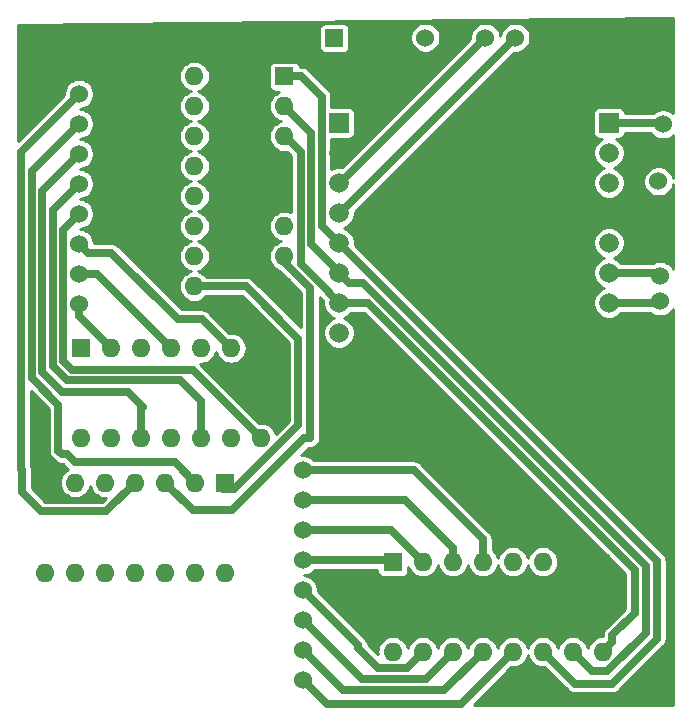
<source format=gtl>
G04 #@! TF.GenerationSoftware,KiCad,Pcbnew,(5.1.4)-1*
G04 #@! TF.CreationDate,2020-02-18T04:52:29-05:00*
G04 #@! TF.ProjectId,PCB Design,50434220-4465-4736-9967-6e2e6b696361,rev?*
G04 #@! TF.SameCoordinates,Original*
G04 #@! TF.FileFunction,Copper,L2,Bot*
G04 #@! TF.FilePolarity,Positive*
%FSLAX46Y46*%
G04 Gerber Fmt 4.6, Leading zero omitted, Abs format (unit mm)*
G04 Created by KiCad (PCBNEW (5.1.4)-1) date 2020-02-18 04:52:29*
%MOMM*%
%LPD*%
G04 APERTURE LIST*
%ADD10C,1.665000*%
%ADD11R,1.665000X1.665000*%
%ADD12C,1.524000*%
%ADD13R,1.524000X1.524000*%
%ADD14O,1.600000X1.600000*%
%ADD15R,1.600000X1.600000*%
%ADD16C,0.635000*%
%ADD17C,0.254000*%
G04 APERTURE END LIST*
D10*
X154813000Y-113030000D03*
X154813000Y-110490000D03*
X154813000Y-107950000D03*
X154813000Y-105410000D03*
X154813000Y-102870000D03*
X154813000Y-100330000D03*
X154813000Y-97790000D03*
D11*
X154813000Y-95250000D03*
X177673000Y-95250000D03*
D10*
X177673000Y-97790000D03*
X177673000Y-100330000D03*
X177673000Y-102870000D03*
X177673000Y-105410000D03*
X177673000Y-107950000D03*
X177673000Y-110490000D03*
X177673000Y-113030000D03*
D12*
X158597600Y-88071960D03*
D13*
X154417600Y-88071960D03*
D14*
X159372300Y-140022580D03*
X177152300Y-132402580D03*
X161912300Y-140022580D03*
X174612300Y-132402580D03*
X164452300Y-140022580D03*
X172072300Y-132402580D03*
X166992300Y-140022580D03*
X169532300Y-132402580D03*
X169532300Y-140022580D03*
X166992300Y-132402580D03*
X172072300Y-140022580D03*
X164452300Y-132402580D03*
X174612300Y-140022580D03*
X161912300Y-132402580D03*
X177152300Y-140022580D03*
D15*
X159372300Y-132402580D03*
D14*
X142575280Y-91315540D03*
X150195280Y-109095540D03*
X142575280Y-93855540D03*
X150195280Y-106555540D03*
X142575280Y-96395540D03*
X150195280Y-104015540D03*
X142575280Y-98935540D03*
X150195280Y-101475540D03*
X142575280Y-101475540D03*
X150195280Y-98935540D03*
X142575280Y-104015540D03*
X150195280Y-96395540D03*
X142575280Y-106555540D03*
X150195280Y-93855540D03*
X142575280Y-109095540D03*
D15*
X150195280Y-91315540D03*
D14*
X132976620Y-121942860D03*
X148216620Y-114322860D03*
X135516620Y-121942860D03*
X145676620Y-114322860D03*
X138056620Y-121942860D03*
X143136620Y-114322860D03*
X140596620Y-121942860D03*
X140596620Y-114322860D03*
X143136620Y-121942860D03*
X138056620Y-114322860D03*
X145676620Y-121942860D03*
X135516620Y-114322860D03*
X148216620Y-121942860D03*
D15*
X132976620Y-114322860D03*
D14*
X145181320Y-133319520D03*
X129941320Y-125699520D03*
X142641320Y-133319520D03*
X132481320Y-125699520D03*
X140101320Y-133319520D03*
X135021320Y-125699520D03*
X137561320Y-133319520D03*
X137561320Y-125699520D03*
X135021320Y-133319520D03*
X140101320Y-125699520D03*
X132481320Y-133319520D03*
X142641320Y-125699520D03*
X129941320Y-133319520D03*
D15*
X145181320Y-125699520D03*
D12*
X181991000Y-110363000D03*
X181991000Y-108204000D03*
X162123120Y-88023700D03*
X164663120Y-88023700D03*
X167203120Y-88023700D03*
X169743120Y-88023700D03*
X151770080Y-124655580D03*
X151770080Y-127195580D03*
X151770080Y-129735580D03*
X151770080Y-142435580D03*
X151770080Y-139895580D03*
X151770080Y-137355580D03*
X151770080Y-132275580D03*
X151770080Y-134815580D03*
X181864000Y-100203000D03*
X182245000Y-95377000D03*
X132798820Y-110576360D03*
X132798820Y-108036360D03*
X132798820Y-105496360D03*
X132798820Y-92796360D03*
X132798820Y-95336360D03*
X132798820Y-97876360D03*
X132798820Y-102956360D03*
X132798820Y-100416360D03*
D16*
X149395281Y-108295541D02*
X149395281Y-108247281D01*
X150195280Y-109095540D02*
X149395281Y-108295541D01*
X149395281Y-108247281D02*
X148844000Y-107696000D01*
X157835601Y-88833959D02*
X158597600Y-88071960D01*
X156725521Y-89944039D02*
X157835601Y-88833959D01*
X147037961Y-89944039D02*
X156725521Y-89944039D01*
X146050000Y-90932000D02*
X147037961Y-89944039D01*
X146050000Y-104950260D02*
X146050000Y-90932000D01*
X150195280Y-109095540D02*
X146050000Y-104950260D01*
X182118000Y-95250000D02*
X182245000Y-95377000D01*
X177673000Y-95250000D02*
X182118000Y-95250000D01*
X181864000Y-110490000D02*
X181991000Y-110363000D01*
X177673000Y-110490000D02*
X181864000Y-110490000D01*
X181737000Y-107950000D02*
X181991000Y-108204000D01*
X177673000Y-107950000D02*
X181737000Y-107950000D01*
X166992300Y-132402580D02*
X166992300Y-130507740D01*
X161140140Y-124655580D02*
X151770080Y-124655580D01*
X166992300Y-130507740D02*
X161140140Y-124655580D01*
X160376670Y-127195580D02*
X151770080Y-127195580D01*
X164452300Y-131271210D02*
X160376670Y-127195580D01*
X164452300Y-132402580D02*
X164452300Y-131271210D01*
X159245300Y-129735580D02*
X151770080Y-129735580D01*
X161912300Y-132402580D02*
X159245300Y-129735580D01*
X153781760Y-144447260D02*
X151770080Y-142435580D01*
X169532300Y-140022580D02*
X165107620Y-144447260D01*
X165107620Y-144447260D02*
X153781760Y-144447260D01*
X155178760Y-143304260D02*
X151770080Y-139895580D01*
X166992300Y-140022580D02*
X163710620Y-143304260D01*
X163710620Y-143304260D02*
X155178760Y-143304260D01*
X162153600Y-142321280D02*
X159288480Y-142321280D01*
X164452300Y-140022580D02*
X162153600Y-142321280D01*
X159288480Y-142321280D02*
X159252920Y-142356840D01*
X156771340Y-142356840D02*
X151770080Y-137355580D01*
X159252920Y-142356840D02*
X156771340Y-142356840D01*
X159245300Y-132275580D02*
X159372300Y-132402580D01*
X151770080Y-132275580D02*
X159245300Y-132275580D01*
X160540799Y-141394081D02*
X158079341Y-141394081D01*
X161912300Y-140022580D02*
X160540799Y-141394081D01*
X158079341Y-141394081D02*
X156425900Y-139740640D01*
X156425900Y-139471400D02*
X151770080Y-134815580D01*
X156425900Y-139740640D02*
X156425900Y-139471400D01*
X154896820Y-100330000D02*
X154813000Y-100330000D01*
X167203120Y-88023700D02*
X154896820Y-100330000D01*
X154896820Y-102870000D02*
X154813000Y-102870000D01*
X169743120Y-88023700D02*
X154896820Y-102870000D01*
X177952299Y-139222581D02*
X177952299Y-138635841D01*
X177152300Y-140022580D02*
X177952299Y-139222581D01*
X177952299Y-138635841D02*
X179865020Y-136723120D01*
X157269542Y-110490000D02*
X154813000Y-110490000D01*
X179865020Y-133085478D02*
X157269542Y-110490000D01*
X179865020Y-136723120D02*
X179865020Y-133085478D01*
X150243540Y-96395540D02*
X151566782Y-97718782D01*
X150195280Y-96395540D02*
X150243540Y-96395540D01*
X153980501Y-109657501D02*
X154813000Y-110490000D01*
X151566782Y-107179969D02*
X153980501Y-109593688D01*
X153980501Y-109593688D02*
X153980501Y-109657501D01*
X151566782Y-97718782D02*
X151566782Y-107179969D01*
X174612300Y-140022580D02*
X176260760Y-141671040D01*
X177533662Y-141671040D02*
X180789580Y-138415122D01*
X176260760Y-141671040D02*
X177533662Y-141671040D01*
X155645499Y-108782499D02*
X154813000Y-107950000D01*
X156819292Y-108782499D02*
X155645499Y-108782499D01*
X180789580Y-132752787D02*
X156819292Y-108782499D01*
X180789580Y-138415122D02*
X180789580Y-132752787D01*
X154813000Y-107835750D02*
X154813000Y-107950000D01*
X152455792Y-96116052D02*
X152455792Y-105478542D01*
X152455792Y-105478542D02*
X154813000Y-107835750D01*
X150195280Y-93855540D02*
X152455792Y-96116052D01*
X177919380Y-142730220D02*
X181719220Y-138930380D01*
X181719220Y-138930380D02*
X181719220Y-132316220D01*
X181719220Y-132316220D02*
X154813000Y-105410000D01*
X174779940Y-142730220D02*
X177919380Y-142730220D01*
X172072300Y-140022580D02*
X174779940Y-142730220D01*
X153344803Y-103941803D02*
X154813000Y-105410000D01*
X153344803Y-93030063D02*
X153344803Y-103941803D01*
X151630280Y-91315540D02*
X153344803Y-93030063D01*
X150195280Y-91315540D02*
X151630280Y-91315540D01*
X132798820Y-111605060D02*
X135516620Y-114322860D01*
X132798820Y-110576360D02*
X132798820Y-111605060D01*
X134310120Y-108036360D02*
X140596620Y-114322860D01*
X132798820Y-108036360D02*
X134310120Y-108036360D01*
X133560819Y-106258359D02*
X135552179Y-106258359D01*
X132798820Y-105496360D02*
X133560819Y-106258359D01*
X135552179Y-106258359D02*
X141160500Y-111866680D01*
X143220440Y-111866680D02*
X145676620Y-114322860D01*
X141160500Y-111866680D02*
X143220440Y-111866680D01*
X127909275Y-97685905D02*
X127909275Y-124553935D01*
X132798820Y-92796360D02*
X127909275Y-97685905D01*
X127909275Y-124553935D02*
X128000760Y-124645420D01*
X128000760Y-124645420D02*
X128000760Y-126525020D01*
X128000760Y-126525020D02*
X129618740Y-128143000D01*
X135117840Y-128143000D02*
X137561320Y-125699520D01*
X129618740Y-128143000D02*
X135117840Y-128143000D01*
X128798286Y-99336894D02*
X128798286Y-116872986D01*
X132798820Y-95336360D02*
X128798286Y-99336894D01*
X128798286Y-116872986D02*
X131056380Y-119131080D01*
X131056380Y-119131080D02*
X131056380Y-122989340D01*
X131381401Y-123314361D02*
X131759861Y-123314361D01*
X131056380Y-122989340D02*
X131381401Y-123314361D01*
X131759861Y-123314361D02*
X132430520Y-123985020D01*
X140926820Y-123985020D02*
X142641320Y-125699520D01*
X132430520Y-123985020D02*
X140926820Y-123985020D01*
X138056620Y-119438420D02*
X138056620Y-121942860D01*
X129687297Y-100987883D02*
X129687297Y-116331977D01*
X132798820Y-97876360D02*
X129687297Y-100987883D01*
X129687297Y-116331977D02*
X131366260Y-118010940D01*
X136949180Y-118010940D02*
X138216640Y-119278400D01*
X131366260Y-118010940D02*
X136949180Y-118010940D01*
X138216640Y-119278400D02*
X138056620Y-119438420D01*
X142420329Y-116146569D02*
X148216620Y-121942860D01*
X132171627Y-116146569D02*
X142420329Y-116146569D01*
X131465319Y-115440261D02*
X132171627Y-116146569D01*
X131465319Y-104289861D02*
X131465319Y-115440261D01*
X132798820Y-102956360D02*
X131465319Y-104289861D01*
X130576308Y-102638872D02*
X130576308Y-114894372D01*
X132798820Y-100416360D02*
X130576308Y-102638872D01*
X130576308Y-114894372D02*
X130576310Y-115808503D01*
X130576310Y-115808503D02*
X131803387Y-117035580D01*
X131803387Y-117035580D02*
X141335760Y-117035580D01*
X143136620Y-118836440D02*
X143136620Y-121942860D01*
X141335760Y-117035580D02*
X143136620Y-118836440D01*
X150195280Y-107065718D02*
X152400000Y-109270438D01*
X150195280Y-106555540D02*
X150195280Y-107065718D01*
X152400000Y-109270438D02*
X152400000Y-121920000D01*
X152400000Y-121920000D02*
X151892000Y-121920000D01*
X151892000Y-121920000D02*
X145796000Y-128016000D01*
X142417800Y-128016000D02*
X140101320Y-125699520D01*
X145796000Y-128016000D02*
X142417800Y-128016000D01*
X142575280Y-109095540D02*
X146941540Y-109095540D01*
X146941540Y-109095540D02*
X151384000Y-113538000D01*
X145951302Y-126238000D02*
X145034000Y-126238000D01*
X151384000Y-120805302D02*
X145951302Y-126238000D01*
X151384000Y-113538000D02*
X151384000Y-120805302D01*
D17*
G36*
X183109001Y-94444950D02*
G01*
X183054578Y-94390527D01*
X182846571Y-94251541D01*
X182615445Y-94155805D01*
X182370084Y-94107000D01*
X182119916Y-94107000D01*
X181874555Y-94155805D01*
X181643429Y-94251541D01*
X181435422Y-94390527D01*
X181401449Y-94424500D01*
X179015957Y-94424500D01*
X179015957Y-94417500D01*
X179006149Y-94317915D01*
X178977101Y-94222157D01*
X178929929Y-94133905D01*
X178866448Y-94056552D01*
X178789095Y-93993071D01*
X178700843Y-93945899D01*
X178605085Y-93916851D01*
X178505500Y-93907043D01*
X176840500Y-93907043D01*
X176740915Y-93916851D01*
X176645157Y-93945899D01*
X176556905Y-93993071D01*
X176479552Y-94056552D01*
X176416071Y-94133905D01*
X176368899Y-94222157D01*
X176339851Y-94317915D01*
X176330043Y-94417500D01*
X176330043Y-96082500D01*
X176339851Y-96182085D01*
X176368899Y-96277843D01*
X176416071Y-96366095D01*
X176479552Y-96443448D01*
X176556905Y-96506929D01*
X176645157Y-96554101D01*
X176740915Y-96583149D01*
X176840500Y-96592957D01*
X177060021Y-96592957D01*
X177038035Y-96602064D01*
X176818481Y-96748766D01*
X176631766Y-96935481D01*
X176485064Y-97155035D01*
X176384015Y-97398991D01*
X176332500Y-97657972D01*
X176332500Y-97922028D01*
X176384015Y-98181009D01*
X176485064Y-98424965D01*
X176631766Y-98644519D01*
X176818481Y-98831234D01*
X177038035Y-98977936D01*
X177236157Y-99060000D01*
X177038035Y-99142064D01*
X176818481Y-99288766D01*
X176631766Y-99475481D01*
X176485064Y-99695035D01*
X176384015Y-99938991D01*
X176332500Y-100197972D01*
X176332500Y-100462028D01*
X176384015Y-100721009D01*
X176485064Y-100964965D01*
X176631766Y-101184519D01*
X176818481Y-101371234D01*
X177038035Y-101517936D01*
X177281991Y-101618985D01*
X177540972Y-101670500D01*
X177805028Y-101670500D01*
X178064009Y-101618985D01*
X178307965Y-101517936D01*
X178527519Y-101371234D01*
X178714234Y-101184519D01*
X178860936Y-100964965D01*
X178961985Y-100721009D01*
X179013500Y-100462028D01*
X179013500Y-100197972D01*
X178961985Y-99938991D01*
X178860936Y-99695035D01*
X178714234Y-99475481D01*
X178527519Y-99288766D01*
X178307965Y-99142064D01*
X178109843Y-99060000D01*
X178307965Y-98977936D01*
X178527519Y-98831234D01*
X178714234Y-98644519D01*
X178860936Y-98424965D01*
X178961985Y-98181009D01*
X179013500Y-97922028D01*
X179013500Y-97657972D01*
X178961985Y-97398991D01*
X178860936Y-97155035D01*
X178714234Y-96935481D01*
X178527519Y-96748766D01*
X178307965Y-96602064D01*
X178285979Y-96592957D01*
X178505500Y-96592957D01*
X178605085Y-96583149D01*
X178700843Y-96554101D01*
X178789095Y-96506929D01*
X178866448Y-96443448D01*
X178929929Y-96366095D01*
X178977101Y-96277843D01*
X179006149Y-96182085D01*
X179015957Y-96082500D01*
X179015957Y-96075500D01*
X181184307Y-96075500D01*
X181258527Y-96186578D01*
X181435422Y-96363473D01*
X181643429Y-96502459D01*
X181874555Y-96598195D01*
X182119916Y-96647000D01*
X182370084Y-96647000D01*
X182615445Y-96598195D01*
X182846571Y-96502459D01*
X183054578Y-96363473D01*
X183109001Y-96309050D01*
X183109001Y-99952235D01*
X183085195Y-99832555D01*
X182989459Y-99601429D01*
X182850473Y-99393422D01*
X182673578Y-99216527D01*
X182465571Y-99077541D01*
X182234445Y-98981805D01*
X181989084Y-98933000D01*
X181738916Y-98933000D01*
X181493555Y-98981805D01*
X181262429Y-99077541D01*
X181054422Y-99216527D01*
X180877527Y-99393422D01*
X180738541Y-99601429D01*
X180642805Y-99832555D01*
X180594000Y-100077916D01*
X180594000Y-100328084D01*
X180642805Y-100573445D01*
X180738541Y-100804571D01*
X180877527Y-101012578D01*
X181054422Y-101189473D01*
X181262429Y-101328459D01*
X181493555Y-101424195D01*
X181738916Y-101473000D01*
X181989084Y-101473000D01*
X182234445Y-101424195D01*
X182465571Y-101328459D01*
X182673578Y-101189473D01*
X182850473Y-101012578D01*
X182989459Y-100804571D01*
X183085195Y-100573445D01*
X183109001Y-100453765D01*
X183109001Y-107591267D01*
X182977473Y-107394422D01*
X182800578Y-107217527D01*
X182592571Y-107078541D01*
X182361445Y-106982805D01*
X182116084Y-106934000D01*
X181865916Y-106934000D01*
X181620555Y-106982805D01*
X181389429Y-107078541D01*
X181320647Y-107124500D01*
X178733624Y-107124500D01*
X178714234Y-107095481D01*
X178527519Y-106908766D01*
X178307965Y-106762064D01*
X178109843Y-106680000D01*
X178307965Y-106597936D01*
X178527519Y-106451234D01*
X178714234Y-106264519D01*
X178860936Y-106044965D01*
X178961985Y-105801009D01*
X179013500Y-105542028D01*
X179013500Y-105277972D01*
X178961985Y-105018991D01*
X178860936Y-104775035D01*
X178714234Y-104555481D01*
X178527519Y-104368766D01*
X178307965Y-104222064D01*
X178064009Y-104121015D01*
X177805028Y-104069500D01*
X177540972Y-104069500D01*
X177281991Y-104121015D01*
X177038035Y-104222064D01*
X176818481Y-104368766D01*
X176631766Y-104555481D01*
X176485064Y-104775035D01*
X176384015Y-105018991D01*
X176332500Y-105277972D01*
X176332500Y-105542028D01*
X176384015Y-105801009D01*
X176485064Y-106044965D01*
X176631766Y-106264519D01*
X176818481Y-106451234D01*
X177038035Y-106597936D01*
X177236157Y-106680000D01*
X177038035Y-106762064D01*
X176818481Y-106908766D01*
X176631766Y-107095481D01*
X176485064Y-107315035D01*
X176384015Y-107558991D01*
X176332500Y-107817972D01*
X176332500Y-108082028D01*
X176384015Y-108341009D01*
X176485064Y-108584965D01*
X176631766Y-108804519D01*
X176818481Y-108991234D01*
X177038035Y-109137936D01*
X177236157Y-109220000D01*
X177038035Y-109302064D01*
X176818481Y-109448766D01*
X176631766Y-109635481D01*
X176485064Y-109855035D01*
X176384015Y-110098991D01*
X176332500Y-110357972D01*
X176332500Y-110622028D01*
X176384015Y-110881009D01*
X176485064Y-111124965D01*
X176631766Y-111344519D01*
X176818481Y-111531234D01*
X177038035Y-111677936D01*
X177281991Y-111778985D01*
X177540972Y-111830500D01*
X177805028Y-111830500D01*
X178064009Y-111778985D01*
X178307965Y-111677936D01*
X178527519Y-111531234D01*
X178714234Y-111344519D01*
X178733624Y-111315500D01*
X181147449Y-111315500D01*
X181181422Y-111349473D01*
X181389429Y-111488459D01*
X181620555Y-111584195D01*
X181865916Y-111633000D01*
X182116084Y-111633000D01*
X182361445Y-111584195D01*
X182592571Y-111488459D01*
X182800578Y-111349473D01*
X182977473Y-111172578D01*
X183109001Y-110975733D01*
X183109000Y-144501000D01*
X166221312Y-144501000D01*
X169398575Y-141323737D01*
X169468050Y-141330580D01*
X169596550Y-141330580D01*
X169788713Y-141311654D01*
X170035272Y-141236861D01*
X170262502Y-141115404D01*
X170461670Y-140951950D01*
X170625124Y-140752782D01*
X170746581Y-140525552D01*
X170802300Y-140341871D01*
X170858019Y-140525552D01*
X170979476Y-140752782D01*
X171142930Y-140951950D01*
X171342098Y-141115404D01*
X171569328Y-141236861D01*
X171815887Y-141311654D01*
X172008050Y-141330580D01*
X172136550Y-141330580D01*
X172206025Y-141323737D01*
X174167546Y-143285259D01*
X174193399Y-143316761D01*
X174257536Y-143369397D01*
X174319097Y-143419919D01*
X174369051Y-143446619D01*
X174462506Y-143496573D01*
X174618114Y-143543776D01*
X174739387Y-143555720D01*
X174739389Y-143555720D01*
X174779939Y-143559714D01*
X174820490Y-143555720D01*
X177878830Y-143555720D01*
X177919380Y-143559714D01*
X177959930Y-143555720D01*
X177959933Y-143555720D01*
X178081206Y-143543776D01*
X178236814Y-143496573D01*
X178380222Y-143419919D01*
X178505921Y-143316761D01*
X178531778Y-143285254D01*
X182274261Y-139542772D01*
X182305761Y-139516921D01*
X182382670Y-139423207D01*
X182408919Y-139391223D01*
X182444027Y-139325540D01*
X182485573Y-139247814D01*
X182532776Y-139092206D01*
X182544720Y-138970933D01*
X182544720Y-138970931D01*
X182548714Y-138930381D01*
X182544720Y-138889830D01*
X182544720Y-132356770D01*
X182548714Y-132316219D01*
X182541281Y-132240753D01*
X182532776Y-132154394D01*
X182485573Y-131998786D01*
X182410187Y-131857750D01*
X182408919Y-131855377D01*
X182331611Y-131761178D01*
X182305761Y-131729679D01*
X182274260Y-131703827D01*
X156146691Y-105576259D01*
X156153500Y-105542028D01*
X156153500Y-105277972D01*
X156101985Y-105018991D01*
X156000936Y-104775035D01*
X155854234Y-104555481D01*
X155667519Y-104368766D01*
X155447965Y-104222064D01*
X155249843Y-104140000D01*
X155447965Y-104057936D01*
X155667519Y-103911234D01*
X155854234Y-103724519D01*
X156000936Y-103504965D01*
X156101985Y-103261009D01*
X156153500Y-103002028D01*
X156153500Y-102780752D01*
X169640554Y-89293700D01*
X169868204Y-89293700D01*
X170113565Y-89244895D01*
X170344691Y-89149159D01*
X170552698Y-89010173D01*
X170729593Y-88833278D01*
X170868579Y-88625271D01*
X170964315Y-88394145D01*
X171013120Y-88148784D01*
X171013120Y-87898616D01*
X170964315Y-87653255D01*
X170868579Y-87422129D01*
X170729593Y-87214122D01*
X170552698Y-87037227D01*
X170344691Y-86898241D01*
X170113565Y-86802505D01*
X169868204Y-86753700D01*
X169618036Y-86753700D01*
X169372675Y-86802505D01*
X169141549Y-86898241D01*
X168933542Y-87037227D01*
X168756647Y-87214122D01*
X168617661Y-87422129D01*
X168521925Y-87653255D01*
X168473120Y-87898616D01*
X168424315Y-87653255D01*
X168328579Y-87422129D01*
X168189593Y-87214122D01*
X168012698Y-87037227D01*
X167804691Y-86898241D01*
X167573565Y-86802505D01*
X167328204Y-86753700D01*
X167078036Y-86753700D01*
X166832675Y-86802505D01*
X166601549Y-86898241D01*
X166393542Y-87037227D01*
X166216647Y-87214122D01*
X166077661Y-87422129D01*
X165981925Y-87653255D01*
X165933120Y-87898616D01*
X165933120Y-88126267D01*
X155049172Y-99010216D01*
X154945028Y-98989500D01*
X154680972Y-98989500D01*
X154421991Y-99041015D01*
X154178035Y-99142064D01*
X154170303Y-99147230D01*
X154170303Y-96592957D01*
X155645500Y-96592957D01*
X155745085Y-96583149D01*
X155840843Y-96554101D01*
X155929095Y-96506929D01*
X156006448Y-96443448D01*
X156069929Y-96366095D01*
X156117101Y-96277843D01*
X156146149Y-96182085D01*
X156155957Y-96082500D01*
X156155957Y-94417500D01*
X156146149Y-94317915D01*
X156117101Y-94222157D01*
X156069929Y-94133905D01*
X156006448Y-94056552D01*
X155929095Y-93993071D01*
X155840843Y-93945899D01*
X155745085Y-93916851D01*
X155645500Y-93907043D01*
X154170303Y-93907043D01*
X154170303Y-93070613D01*
X154174297Y-93030063D01*
X154167218Y-92958187D01*
X154158359Y-92868237D01*
X154111156Y-92712629D01*
X154064850Y-92625997D01*
X154034502Y-92569220D01*
X153957195Y-92475021D01*
X153957192Y-92475018D01*
X153931344Y-92443522D01*
X153899849Y-92417675D01*
X152242678Y-90760506D01*
X152216821Y-90728999D01*
X152091122Y-90625841D01*
X151947714Y-90549187D01*
X151792106Y-90501984D01*
X151670833Y-90490040D01*
X151670830Y-90490040D01*
X151630280Y-90486046D01*
X151589730Y-90490040D01*
X151503226Y-90490040D01*
X151495929Y-90415955D01*
X151466881Y-90320197D01*
X151419709Y-90231945D01*
X151356228Y-90154592D01*
X151278875Y-90091111D01*
X151190623Y-90043939D01*
X151094865Y-90014891D01*
X150995280Y-90005083D01*
X149395280Y-90005083D01*
X149295695Y-90014891D01*
X149199937Y-90043939D01*
X149111685Y-90091111D01*
X149034332Y-90154592D01*
X148970851Y-90231945D01*
X148923679Y-90320197D01*
X148894631Y-90415955D01*
X148884823Y-90515540D01*
X148884823Y-92115540D01*
X148894631Y-92215125D01*
X148923679Y-92310883D01*
X148970851Y-92399135D01*
X149034332Y-92476488D01*
X149111685Y-92539969D01*
X149199937Y-92587141D01*
X149295695Y-92616189D01*
X149395280Y-92625997D01*
X149742620Y-92625997D01*
X149692308Y-92641259D01*
X149465078Y-92762716D01*
X149265910Y-92926170D01*
X149102456Y-93125338D01*
X148980999Y-93352568D01*
X148906206Y-93599127D01*
X148880952Y-93855540D01*
X148906206Y-94111953D01*
X148980999Y-94358512D01*
X149102456Y-94585742D01*
X149265910Y-94784910D01*
X149465078Y-94948364D01*
X149692308Y-95069821D01*
X149875989Y-95125540D01*
X149692308Y-95181259D01*
X149465078Y-95302716D01*
X149265910Y-95466170D01*
X149102456Y-95665338D01*
X148980999Y-95892568D01*
X148906206Y-96139127D01*
X148880952Y-96395540D01*
X148906206Y-96651953D01*
X148980999Y-96898512D01*
X149102456Y-97125742D01*
X149265910Y-97324910D01*
X149465078Y-97488364D01*
X149692308Y-97609821D01*
X149938867Y-97684614D01*
X150131030Y-97703540D01*
X150259530Y-97703540D01*
X150372937Y-97692371D01*
X150741282Y-98060716D01*
X150741283Y-102824259D01*
X150698252Y-102801259D01*
X150451693Y-102726466D01*
X150259530Y-102707540D01*
X150131030Y-102707540D01*
X149938867Y-102726466D01*
X149692308Y-102801259D01*
X149465078Y-102922716D01*
X149265910Y-103086170D01*
X149102456Y-103285338D01*
X148980999Y-103512568D01*
X148906206Y-103759127D01*
X148880952Y-104015540D01*
X148906206Y-104271953D01*
X148980999Y-104518512D01*
X149102456Y-104745742D01*
X149265910Y-104944910D01*
X149465078Y-105108364D01*
X149692308Y-105229821D01*
X149875989Y-105285540D01*
X149692308Y-105341259D01*
X149465078Y-105462716D01*
X149265910Y-105626170D01*
X149102456Y-105825338D01*
X148980999Y-106052568D01*
X148906206Y-106299127D01*
X148880952Y-106555540D01*
X148906206Y-106811953D01*
X148980999Y-107058512D01*
X149102456Y-107285742D01*
X149265910Y-107484910D01*
X149465078Y-107648364D01*
X149692308Y-107769821D01*
X149749213Y-107787083D01*
X151574500Y-109612372D01*
X151574500Y-112561067D01*
X147553938Y-108540506D01*
X147528081Y-108508999D01*
X147402382Y-108405841D01*
X147258974Y-108329187D01*
X147103366Y-108281984D01*
X146982093Y-108270040D01*
X146982090Y-108270040D01*
X146941540Y-108266046D01*
X146900990Y-108270040D01*
X143589894Y-108270040D01*
X143504650Y-108166170D01*
X143305482Y-108002716D01*
X143078252Y-107881259D01*
X142894571Y-107825540D01*
X143078252Y-107769821D01*
X143305482Y-107648364D01*
X143504650Y-107484910D01*
X143668104Y-107285742D01*
X143789561Y-107058512D01*
X143864354Y-106811953D01*
X143889608Y-106555540D01*
X143864354Y-106299127D01*
X143789561Y-106052568D01*
X143668104Y-105825338D01*
X143504650Y-105626170D01*
X143305482Y-105462716D01*
X143078252Y-105341259D01*
X142894571Y-105285540D01*
X143078252Y-105229821D01*
X143305482Y-105108364D01*
X143504650Y-104944910D01*
X143668104Y-104745742D01*
X143789561Y-104518512D01*
X143864354Y-104271953D01*
X143889608Y-104015540D01*
X143864354Y-103759127D01*
X143789561Y-103512568D01*
X143668104Y-103285338D01*
X143504650Y-103086170D01*
X143305482Y-102922716D01*
X143078252Y-102801259D01*
X142894571Y-102745540D01*
X143078252Y-102689821D01*
X143305482Y-102568364D01*
X143504650Y-102404910D01*
X143668104Y-102205742D01*
X143789561Y-101978512D01*
X143864354Y-101731953D01*
X143889608Y-101475540D01*
X143864354Y-101219127D01*
X143789561Y-100972568D01*
X143668104Y-100745338D01*
X143504650Y-100546170D01*
X143305482Y-100382716D01*
X143078252Y-100261259D01*
X142894571Y-100205540D01*
X143078252Y-100149821D01*
X143305482Y-100028364D01*
X143504650Y-99864910D01*
X143668104Y-99665742D01*
X143789561Y-99438512D01*
X143864354Y-99191953D01*
X143889608Y-98935540D01*
X143864354Y-98679127D01*
X143789561Y-98432568D01*
X143668104Y-98205338D01*
X143504650Y-98006170D01*
X143305482Y-97842716D01*
X143078252Y-97721259D01*
X142894571Y-97665540D01*
X143078252Y-97609821D01*
X143305482Y-97488364D01*
X143504650Y-97324910D01*
X143668104Y-97125742D01*
X143789561Y-96898512D01*
X143864354Y-96651953D01*
X143889608Y-96395540D01*
X143864354Y-96139127D01*
X143789561Y-95892568D01*
X143668104Y-95665338D01*
X143504650Y-95466170D01*
X143305482Y-95302716D01*
X143078252Y-95181259D01*
X142894571Y-95125540D01*
X143078252Y-95069821D01*
X143305482Y-94948364D01*
X143504650Y-94784910D01*
X143668104Y-94585742D01*
X143789561Y-94358512D01*
X143864354Y-94111953D01*
X143889608Y-93855540D01*
X143864354Y-93599127D01*
X143789561Y-93352568D01*
X143668104Y-93125338D01*
X143504650Y-92926170D01*
X143305482Y-92762716D01*
X143078252Y-92641259D01*
X142894571Y-92585540D01*
X143078252Y-92529821D01*
X143305482Y-92408364D01*
X143504650Y-92244910D01*
X143668104Y-92045742D01*
X143789561Y-91818512D01*
X143864354Y-91571953D01*
X143889608Y-91315540D01*
X143864354Y-91059127D01*
X143789561Y-90812568D01*
X143668104Y-90585338D01*
X143504650Y-90386170D01*
X143305482Y-90222716D01*
X143078252Y-90101259D01*
X142831693Y-90026466D01*
X142639530Y-90007540D01*
X142511030Y-90007540D01*
X142318867Y-90026466D01*
X142072308Y-90101259D01*
X141845078Y-90222716D01*
X141645910Y-90386170D01*
X141482456Y-90585338D01*
X141360999Y-90812568D01*
X141286206Y-91059127D01*
X141260952Y-91315540D01*
X141286206Y-91571953D01*
X141360999Y-91818512D01*
X141482456Y-92045742D01*
X141645910Y-92244910D01*
X141845078Y-92408364D01*
X142072308Y-92529821D01*
X142255989Y-92585540D01*
X142072308Y-92641259D01*
X141845078Y-92762716D01*
X141645910Y-92926170D01*
X141482456Y-93125338D01*
X141360999Y-93352568D01*
X141286206Y-93599127D01*
X141260952Y-93855540D01*
X141286206Y-94111953D01*
X141360999Y-94358512D01*
X141482456Y-94585742D01*
X141645910Y-94784910D01*
X141845078Y-94948364D01*
X142072308Y-95069821D01*
X142255989Y-95125540D01*
X142072308Y-95181259D01*
X141845078Y-95302716D01*
X141645910Y-95466170D01*
X141482456Y-95665338D01*
X141360999Y-95892568D01*
X141286206Y-96139127D01*
X141260952Y-96395540D01*
X141286206Y-96651953D01*
X141360999Y-96898512D01*
X141482456Y-97125742D01*
X141645910Y-97324910D01*
X141845078Y-97488364D01*
X142072308Y-97609821D01*
X142255989Y-97665540D01*
X142072308Y-97721259D01*
X141845078Y-97842716D01*
X141645910Y-98006170D01*
X141482456Y-98205338D01*
X141360999Y-98432568D01*
X141286206Y-98679127D01*
X141260952Y-98935540D01*
X141286206Y-99191953D01*
X141360999Y-99438512D01*
X141482456Y-99665742D01*
X141645910Y-99864910D01*
X141845078Y-100028364D01*
X142072308Y-100149821D01*
X142255989Y-100205540D01*
X142072308Y-100261259D01*
X141845078Y-100382716D01*
X141645910Y-100546170D01*
X141482456Y-100745338D01*
X141360999Y-100972568D01*
X141286206Y-101219127D01*
X141260952Y-101475540D01*
X141286206Y-101731953D01*
X141360999Y-101978512D01*
X141482456Y-102205742D01*
X141645910Y-102404910D01*
X141845078Y-102568364D01*
X142072308Y-102689821D01*
X142255989Y-102745540D01*
X142072308Y-102801259D01*
X141845078Y-102922716D01*
X141645910Y-103086170D01*
X141482456Y-103285338D01*
X141360999Y-103512568D01*
X141286206Y-103759127D01*
X141260952Y-104015540D01*
X141286206Y-104271953D01*
X141360999Y-104518512D01*
X141482456Y-104745742D01*
X141645910Y-104944910D01*
X141845078Y-105108364D01*
X142072308Y-105229821D01*
X142255989Y-105285540D01*
X142072308Y-105341259D01*
X141845078Y-105462716D01*
X141645910Y-105626170D01*
X141482456Y-105825338D01*
X141360999Y-106052568D01*
X141286206Y-106299127D01*
X141260952Y-106555540D01*
X141286206Y-106811953D01*
X141360999Y-107058512D01*
X141482456Y-107285742D01*
X141645910Y-107484910D01*
X141845078Y-107648364D01*
X142072308Y-107769821D01*
X142255989Y-107825540D01*
X142072308Y-107881259D01*
X141845078Y-108002716D01*
X141645910Y-108166170D01*
X141482456Y-108365338D01*
X141360999Y-108592568D01*
X141286206Y-108839127D01*
X141260952Y-109095540D01*
X141286206Y-109351953D01*
X141360999Y-109598512D01*
X141482456Y-109825742D01*
X141645910Y-110024910D01*
X141845078Y-110188364D01*
X142072308Y-110309821D01*
X142318867Y-110384614D01*
X142511030Y-110403540D01*
X142639530Y-110403540D01*
X142831693Y-110384614D01*
X143078252Y-110309821D01*
X143305482Y-110188364D01*
X143504650Y-110024910D01*
X143589894Y-109921040D01*
X146599608Y-109921040D01*
X150558500Y-113879933D01*
X150558501Y-120463368D01*
X149466064Y-121555805D01*
X149430901Y-121439888D01*
X149309444Y-121212658D01*
X149145990Y-121013490D01*
X148946822Y-120850036D01*
X148719592Y-120728579D01*
X148473033Y-120653786D01*
X148280870Y-120634860D01*
X148152370Y-120634860D01*
X148082895Y-120641703D01*
X143072017Y-115630825D01*
X143072370Y-115630860D01*
X143200870Y-115630860D01*
X143393033Y-115611934D01*
X143639592Y-115537141D01*
X143866822Y-115415684D01*
X144065990Y-115252230D01*
X144229444Y-115053062D01*
X144350901Y-114825832D01*
X144406620Y-114642151D01*
X144462339Y-114825832D01*
X144583796Y-115053062D01*
X144747250Y-115252230D01*
X144946418Y-115415684D01*
X145173648Y-115537141D01*
X145420207Y-115611934D01*
X145612370Y-115630860D01*
X145740870Y-115630860D01*
X145933033Y-115611934D01*
X146179592Y-115537141D01*
X146406822Y-115415684D01*
X146605990Y-115252230D01*
X146769444Y-115053062D01*
X146890901Y-114825832D01*
X146965694Y-114579273D01*
X146990948Y-114322860D01*
X146965694Y-114066447D01*
X146890901Y-113819888D01*
X146769444Y-113592658D01*
X146605990Y-113393490D01*
X146406822Y-113230036D01*
X146179592Y-113108579D01*
X145933033Y-113033786D01*
X145740870Y-113014860D01*
X145612370Y-113014860D01*
X145542895Y-113021703D01*
X143832838Y-111311646D01*
X143806981Y-111280139D01*
X143681282Y-111176981D01*
X143537874Y-111100327D01*
X143382266Y-111053124D01*
X143260993Y-111041180D01*
X143260990Y-111041180D01*
X143220440Y-111037186D01*
X143179890Y-111041180D01*
X141502434Y-111041180D01*
X136164577Y-105703325D01*
X136138720Y-105671818D01*
X136013021Y-105568660D01*
X135869613Y-105492006D01*
X135714005Y-105444803D01*
X135592732Y-105432859D01*
X135592729Y-105432859D01*
X135552179Y-105428865D01*
X135511629Y-105432859D01*
X134068820Y-105432859D01*
X134068820Y-105371276D01*
X134020015Y-105125915D01*
X133924279Y-104894789D01*
X133785293Y-104686782D01*
X133608398Y-104509887D01*
X133400391Y-104370901D01*
X133169265Y-104275165D01*
X132923904Y-104226360D01*
X133169265Y-104177555D01*
X133400391Y-104081819D01*
X133608398Y-103942833D01*
X133785293Y-103765938D01*
X133924279Y-103557931D01*
X134020015Y-103326805D01*
X134068820Y-103081444D01*
X134068820Y-102831276D01*
X134020015Y-102585915D01*
X133924279Y-102354789D01*
X133785293Y-102146782D01*
X133608398Y-101969887D01*
X133400391Y-101830901D01*
X133169265Y-101735165D01*
X132923904Y-101686360D01*
X133169265Y-101637555D01*
X133400391Y-101541819D01*
X133608398Y-101402833D01*
X133785293Y-101225938D01*
X133924279Y-101017931D01*
X134020015Y-100786805D01*
X134068820Y-100541444D01*
X134068820Y-100291276D01*
X134020015Y-100045915D01*
X133924279Y-99814789D01*
X133785293Y-99606782D01*
X133608398Y-99429887D01*
X133400391Y-99290901D01*
X133169265Y-99195165D01*
X132923904Y-99146360D01*
X133169265Y-99097555D01*
X133400391Y-99001819D01*
X133608398Y-98862833D01*
X133785293Y-98685938D01*
X133924279Y-98477931D01*
X134020015Y-98246805D01*
X134068820Y-98001444D01*
X134068820Y-97751276D01*
X134020015Y-97505915D01*
X133924279Y-97274789D01*
X133785293Y-97066782D01*
X133608398Y-96889887D01*
X133400391Y-96750901D01*
X133169265Y-96655165D01*
X132923904Y-96606360D01*
X133169265Y-96557555D01*
X133400391Y-96461819D01*
X133608398Y-96322833D01*
X133785293Y-96145938D01*
X133924279Y-95937931D01*
X134020015Y-95706805D01*
X134068820Y-95461444D01*
X134068820Y-95211276D01*
X134020015Y-94965915D01*
X133924279Y-94734789D01*
X133785293Y-94526782D01*
X133608398Y-94349887D01*
X133400391Y-94210901D01*
X133169265Y-94115165D01*
X132923904Y-94066360D01*
X133169265Y-94017555D01*
X133400391Y-93921819D01*
X133608398Y-93782833D01*
X133785293Y-93605938D01*
X133924279Y-93397931D01*
X134020015Y-93166805D01*
X134068820Y-92921444D01*
X134068820Y-92671276D01*
X134020015Y-92425915D01*
X133924279Y-92194789D01*
X133785293Y-91986782D01*
X133608398Y-91809887D01*
X133400391Y-91670901D01*
X133169265Y-91575165D01*
X132923904Y-91526360D01*
X132673736Y-91526360D01*
X132428375Y-91575165D01*
X132197249Y-91670901D01*
X131989242Y-91809887D01*
X131812347Y-91986782D01*
X131673361Y-92194789D01*
X131577625Y-92425915D01*
X131528820Y-92671276D01*
X131528820Y-92898926D01*
X127635000Y-96792748D01*
X127635000Y-87309960D01*
X153145143Y-87309960D01*
X153145143Y-88833960D01*
X153154951Y-88933545D01*
X153183999Y-89029303D01*
X153231171Y-89117555D01*
X153294652Y-89194908D01*
X153372005Y-89258389D01*
X153460257Y-89305561D01*
X153556015Y-89334609D01*
X153655600Y-89344417D01*
X155179600Y-89344417D01*
X155279185Y-89334609D01*
X155374943Y-89305561D01*
X155463195Y-89258389D01*
X155540548Y-89194908D01*
X155604029Y-89117555D01*
X155651201Y-89029303D01*
X155680249Y-88933545D01*
X155690057Y-88833960D01*
X155690057Y-87898616D01*
X160853120Y-87898616D01*
X160853120Y-88148784D01*
X160901925Y-88394145D01*
X160997661Y-88625271D01*
X161136647Y-88833278D01*
X161313542Y-89010173D01*
X161521549Y-89149159D01*
X161752675Y-89244895D01*
X161998036Y-89293700D01*
X162248204Y-89293700D01*
X162493565Y-89244895D01*
X162724691Y-89149159D01*
X162932698Y-89010173D01*
X163109593Y-88833278D01*
X163248579Y-88625271D01*
X163344315Y-88394145D01*
X163393120Y-88148784D01*
X163393120Y-87898616D01*
X163344315Y-87653255D01*
X163248579Y-87422129D01*
X163109593Y-87214122D01*
X162932698Y-87037227D01*
X162724691Y-86898241D01*
X162493565Y-86802505D01*
X162248204Y-86753700D01*
X161998036Y-86753700D01*
X161752675Y-86802505D01*
X161521549Y-86898241D01*
X161313542Y-87037227D01*
X161136647Y-87214122D01*
X160997661Y-87422129D01*
X160901925Y-87653255D01*
X160853120Y-87898616D01*
X155690057Y-87898616D01*
X155690057Y-87309960D01*
X155680249Y-87210375D01*
X155651201Y-87114617D01*
X155604029Y-87026365D01*
X155540548Y-86949012D01*
X155463195Y-86885531D01*
X155374943Y-86838359D01*
X155279185Y-86809311D01*
X155179600Y-86799503D01*
X153655600Y-86799503D01*
X153556015Y-86809311D01*
X153460257Y-86838359D01*
X153372005Y-86885531D01*
X153294652Y-86949012D01*
X153231171Y-87026365D01*
X153183999Y-87114617D01*
X153154951Y-87210375D01*
X153145143Y-87309960D01*
X127635000Y-87309960D01*
X127635000Y-86993280D01*
X150334088Y-86683747D01*
X183109001Y-86389801D01*
X183109001Y-94444950D01*
X183109001Y-94444950D01*
G37*
X183109001Y-94444950D02*
X183054578Y-94390527D01*
X182846571Y-94251541D01*
X182615445Y-94155805D01*
X182370084Y-94107000D01*
X182119916Y-94107000D01*
X181874555Y-94155805D01*
X181643429Y-94251541D01*
X181435422Y-94390527D01*
X181401449Y-94424500D01*
X179015957Y-94424500D01*
X179015957Y-94417500D01*
X179006149Y-94317915D01*
X178977101Y-94222157D01*
X178929929Y-94133905D01*
X178866448Y-94056552D01*
X178789095Y-93993071D01*
X178700843Y-93945899D01*
X178605085Y-93916851D01*
X178505500Y-93907043D01*
X176840500Y-93907043D01*
X176740915Y-93916851D01*
X176645157Y-93945899D01*
X176556905Y-93993071D01*
X176479552Y-94056552D01*
X176416071Y-94133905D01*
X176368899Y-94222157D01*
X176339851Y-94317915D01*
X176330043Y-94417500D01*
X176330043Y-96082500D01*
X176339851Y-96182085D01*
X176368899Y-96277843D01*
X176416071Y-96366095D01*
X176479552Y-96443448D01*
X176556905Y-96506929D01*
X176645157Y-96554101D01*
X176740915Y-96583149D01*
X176840500Y-96592957D01*
X177060021Y-96592957D01*
X177038035Y-96602064D01*
X176818481Y-96748766D01*
X176631766Y-96935481D01*
X176485064Y-97155035D01*
X176384015Y-97398991D01*
X176332500Y-97657972D01*
X176332500Y-97922028D01*
X176384015Y-98181009D01*
X176485064Y-98424965D01*
X176631766Y-98644519D01*
X176818481Y-98831234D01*
X177038035Y-98977936D01*
X177236157Y-99060000D01*
X177038035Y-99142064D01*
X176818481Y-99288766D01*
X176631766Y-99475481D01*
X176485064Y-99695035D01*
X176384015Y-99938991D01*
X176332500Y-100197972D01*
X176332500Y-100462028D01*
X176384015Y-100721009D01*
X176485064Y-100964965D01*
X176631766Y-101184519D01*
X176818481Y-101371234D01*
X177038035Y-101517936D01*
X177281991Y-101618985D01*
X177540972Y-101670500D01*
X177805028Y-101670500D01*
X178064009Y-101618985D01*
X178307965Y-101517936D01*
X178527519Y-101371234D01*
X178714234Y-101184519D01*
X178860936Y-100964965D01*
X178961985Y-100721009D01*
X179013500Y-100462028D01*
X179013500Y-100197972D01*
X178961985Y-99938991D01*
X178860936Y-99695035D01*
X178714234Y-99475481D01*
X178527519Y-99288766D01*
X178307965Y-99142064D01*
X178109843Y-99060000D01*
X178307965Y-98977936D01*
X178527519Y-98831234D01*
X178714234Y-98644519D01*
X178860936Y-98424965D01*
X178961985Y-98181009D01*
X179013500Y-97922028D01*
X179013500Y-97657972D01*
X178961985Y-97398991D01*
X178860936Y-97155035D01*
X178714234Y-96935481D01*
X178527519Y-96748766D01*
X178307965Y-96602064D01*
X178285979Y-96592957D01*
X178505500Y-96592957D01*
X178605085Y-96583149D01*
X178700843Y-96554101D01*
X178789095Y-96506929D01*
X178866448Y-96443448D01*
X178929929Y-96366095D01*
X178977101Y-96277843D01*
X179006149Y-96182085D01*
X179015957Y-96082500D01*
X179015957Y-96075500D01*
X181184307Y-96075500D01*
X181258527Y-96186578D01*
X181435422Y-96363473D01*
X181643429Y-96502459D01*
X181874555Y-96598195D01*
X182119916Y-96647000D01*
X182370084Y-96647000D01*
X182615445Y-96598195D01*
X182846571Y-96502459D01*
X183054578Y-96363473D01*
X183109001Y-96309050D01*
X183109001Y-99952235D01*
X183085195Y-99832555D01*
X182989459Y-99601429D01*
X182850473Y-99393422D01*
X182673578Y-99216527D01*
X182465571Y-99077541D01*
X182234445Y-98981805D01*
X181989084Y-98933000D01*
X181738916Y-98933000D01*
X181493555Y-98981805D01*
X181262429Y-99077541D01*
X181054422Y-99216527D01*
X180877527Y-99393422D01*
X180738541Y-99601429D01*
X180642805Y-99832555D01*
X180594000Y-100077916D01*
X180594000Y-100328084D01*
X180642805Y-100573445D01*
X180738541Y-100804571D01*
X180877527Y-101012578D01*
X181054422Y-101189473D01*
X181262429Y-101328459D01*
X181493555Y-101424195D01*
X181738916Y-101473000D01*
X181989084Y-101473000D01*
X182234445Y-101424195D01*
X182465571Y-101328459D01*
X182673578Y-101189473D01*
X182850473Y-101012578D01*
X182989459Y-100804571D01*
X183085195Y-100573445D01*
X183109001Y-100453765D01*
X183109001Y-107591267D01*
X182977473Y-107394422D01*
X182800578Y-107217527D01*
X182592571Y-107078541D01*
X182361445Y-106982805D01*
X182116084Y-106934000D01*
X181865916Y-106934000D01*
X181620555Y-106982805D01*
X181389429Y-107078541D01*
X181320647Y-107124500D01*
X178733624Y-107124500D01*
X178714234Y-107095481D01*
X178527519Y-106908766D01*
X178307965Y-106762064D01*
X178109843Y-106680000D01*
X178307965Y-106597936D01*
X178527519Y-106451234D01*
X178714234Y-106264519D01*
X178860936Y-106044965D01*
X178961985Y-105801009D01*
X179013500Y-105542028D01*
X179013500Y-105277972D01*
X178961985Y-105018991D01*
X178860936Y-104775035D01*
X178714234Y-104555481D01*
X178527519Y-104368766D01*
X178307965Y-104222064D01*
X178064009Y-104121015D01*
X177805028Y-104069500D01*
X177540972Y-104069500D01*
X177281991Y-104121015D01*
X177038035Y-104222064D01*
X176818481Y-104368766D01*
X176631766Y-104555481D01*
X176485064Y-104775035D01*
X176384015Y-105018991D01*
X176332500Y-105277972D01*
X176332500Y-105542028D01*
X176384015Y-105801009D01*
X176485064Y-106044965D01*
X176631766Y-106264519D01*
X176818481Y-106451234D01*
X177038035Y-106597936D01*
X177236157Y-106680000D01*
X177038035Y-106762064D01*
X176818481Y-106908766D01*
X176631766Y-107095481D01*
X176485064Y-107315035D01*
X176384015Y-107558991D01*
X176332500Y-107817972D01*
X176332500Y-108082028D01*
X176384015Y-108341009D01*
X176485064Y-108584965D01*
X176631766Y-108804519D01*
X176818481Y-108991234D01*
X177038035Y-109137936D01*
X177236157Y-109220000D01*
X177038035Y-109302064D01*
X176818481Y-109448766D01*
X176631766Y-109635481D01*
X176485064Y-109855035D01*
X176384015Y-110098991D01*
X176332500Y-110357972D01*
X176332500Y-110622028D01*
X176384015Y-110881009D01*
X176485064Y-111124965D01*
X176631766Y-111344519D01*
X176818481Y-111531234D01*
X177038035Y-111677936D01*
X177281991Y-111778985D01*
X177540972Y-111830500D01*
X177805028Y-111830500D01*
X178064009Y-111778985D01*
X178307965Y-111677936D01*
X178527519Y-111531234D01*
X178714234Y-111344519D01*
X178733624Y-111315500D01*
X181147449Y-111315500D01*
X181181422Y-111349473D01*
X181389429Y-111488459D01*
X181620555Y-111584195D01*
X181865916Y-111633000D01*
X182116084Y-111633000D01*
X182361445Y-111584195D01*
X182592571Y-111488459D01*
X182800578Y-111349473D01*
X182977473Y-111172578D01*
X183109001Y-110975733D01*
X183109000Y-144501000D01*
X166221312Y-144501000D01*
X169398575Y-141323737D01*
X169468050Y-141330580D01*
X169596550Y-141330580D01*
X169788713Y-141311654D01*
X170035272Y-141236861D01*
X170262502Y-141115404D01*
X170461670Y-140951950D01*
X170625124Y-140752782D01*
X170746581Y-140525552D01*
X170802300Y-140341871D01*
X170858019Y-140525552D01*
X170979476Y-140752782D01*
X171142930Y-140951950D01*
X171342098Y-141115404D01*
X171569328Y-141236861D01*
X171815887Y-141311654D01*
X172008050Y-141330580D01*
X172136550Y-141330580D01*
X172206025Y-141323737D01*
X174167546Y-143285259D01*
X174193399Y-143316761D01*
X174257536Y-143369397D01*
X174319097Y-143419919D01*
X174369051Y-143446619D01*
X174462506Y-143496573D01*
X174618114Y-143543776D01*
X174739387Y-143555720D01*
X174739389Y-143555720D01*
X174779939Y-143559714D01*
X174820490Y-143555720D01*
X177878830Y-143555720D01*
X177919380Y-143559714D01*
X177959930Y-143555720D01*
X177959933Y-143555720D01*
X178081206Y-143543776D01*
X178236814Y-143496573D01*
X178380222Y-143419919D01*
X178505921Y-143316761D01*
X178531778Y-143285254D01*
X182274261Y-139542772D01*
X182305761Y-139516921D01*
X182382670Y-139423207D01*
X182408919Y-139391223D01*
X182444027Y-139325540D01*
X182485573Y-139247814D01*
X182532776Y-139092206D01*
X182544720Y-138970933D01*
X182544720Y-138970931D01*
X182548714Y-138930381D01*
X182544720Y-138889830D01*
X182544720Y-132356770D01*
X182548714Y-132316219D01*
X182541281Y-132240753D01*
X182532776Y-132154394D01*
X182485573Y-131998786D01*
X182410187Y-131857750D01*
X182408919Y-131855377D01*
X182331611Y-131761178D01*
X182305761Y-131729679D01*
X182274260Y-131703827D01*
X156146691Y-105576259D01*
X156153500Y-105542028D01*
X156153500Y-105277972D01*
X156101985Y-105018991D01*
X156000936Y-104775035D01*
X155854234Y-104555481D01*
X155667519Y-104368766D01*
X155447965Y-104222064D01*
X155249843Y-104140000D01*
X155447965Y-104057936D01*
X155667519Y-103911234D01*
X155854234Y-103724519D01*
X156000936Y-103504965D01*
X156101985Y-103261009D01*
X156153500Y-103002028D01*
X156153500Y-102780752D01*
X169640554Y-89293700D01*
X169868204Y-89293700D01*
X170113565Y-89244895D01*
X170344691Y-89149159D01*
X170552698Y-89010173D01*
X170729593Y-88833278D01*
X170868579Y-88625271D01*
X170964315Y-88394145D01*
X171013120Y-88148784D01*
X171013120Y-87898616D01*
X170964315Y-87653255D01*
X170868579Y-87422129D01*
X170729593Y-87214122D01*
X170552698Y-87037227D01*
X170344691Y-86898241D01*
X170113565Y-86802505D01*
X169868204Y-86753700D01*
X169618036Y-86753700D01*
X169372675Y-86802505D01*
X169141549Y-86898241D01*
X168933542Y-87037227D01*
X168756647Y-87214122D01*
X168617661Y-87422129D01*
X168521925Y-87653255D01*
X168473120Y-87898616D01*
X168424315Y-87653255D01*
X168328579Y-87422129D01*
X168189593Y-87214122D01*
X168012698Y-87037227D01*
X167804691Y-86898241D01*
X167573565Y-86802505D01*
X167328204Y-86753700D01*
X167078036Y-86753700D01*
X166832675Y-86802505D01*
X166601549Y-86898241D01*
X166393542Y-87037227D01*
X166216647Y-87214122D01*
X166077661Y-87422129D01*
X165981925Y-87653255D01*
X165933120Y-87898616D01*
X165933120Y-88126267D01*
X155049172Y-99010216D01*
X154945028Y-98989500D01*
X154680972Y-98989500D01*
X154421991Y-99041015D01*
X154178035Y-99142064D01*
X154170303Y-99147230D01*
X154170303Y-96592957D01*
X155645500Y-96592957D01*
X155745085Y-96583149D01*
X155840843Y-96554101D01*
X155929095Y-96506929D01*
X156006448Y-96443448D01*
X156069929Y-96366095D01*
X156117101Y-96277843D01*
X156146149Y-96182085D01*
X156155957Y-96082500D01*
X156155957Y-94417500D01*
X156146149Y-94317915D01*
X156117101Y-94222157D01*
X156069929Y-94133905D01*
X156006448Y-94056552D01*
X155929095Y-93993071D01*
X155840843Y-93945899D01*
X155745085Y-93916851D01*
X155645500Y-93907043D01*
X154170303Y-93907043D01*
X154170303Y-93070613D01*
X154174297Y-93030063D01*
X154167218Y-92958187D01*
X154158359Y-92868237D01*
X154111156Y-92712629D01*
X154064850Y-92625997D01*
X154034502Y-92569220D01*
X153957195Y-92475021D01*
X153957192Y-92475018D01*
X153931344Y-92443522D01*
X153899849Y-92417675D01*
X152242678Y-90760506D01*
X152216821Y-90728999D01*
X152091122Y-90625841D01*
X151947714Y-90549187D01*
X151792106Y-90501984D01*
X151670833Y-90490040D01*
X151670830Y-90490040D01*
X151630280Y-90486046D01*
X151589730Y-90490040D01*
X151503226Y-90490040D01*
X151495929Y-90415955D01*
X151466881Y-90320197D01*
X151419709Y-90231945D01*
X151356228Y-90154592D01*
X151278875Y-90091111D01*
X151190623Y-90043939D01*
X151094865Y-90014891D01*
X150995280Y-90005083D01*
X149395280Y-90005083D01*
X149295695Y-90014891D01*
X149199937Y-90043939D01*
X149111685Y-90091111D01*
X149034332Y-90154592D01*
X148970851Y-90231945D01*
X148923679Y-90320197D01*
X148894631Y-90415955D01*
X148884823Y-90515540D01*
X148884823Y-92115540D01*
X148894631Y-92215125D01*
X148923679Y-92310883D01*
X148970851Y-92399135D01*
X149034332Y-92476488D01*
X149111685Y-92539969D01*
X149199937Y-92587141D01*
X149295695Y-92616189D01*
X149395280Y-92625997D01*
X149742620Y-92625997D01*
X149692308Y-92641259D01*
X149465078Y-92762716D01*
X149265910Y-92926170D01*
X149102456Y-93125338D01*
X148980999Y-93352568D01*
X148906206Y-93599127D01*
X148880952Y-93855540D01*
X148906206Y-94111953D01*
X148980999Y-94358512D01*
X149102456Y-94585742D01*
X149265910Y-94784910D01*
X149465078Y-94948364D01*
X149692308Y-95069821D01*
X149875989Y-95125540D01*
X149692308Y-95181259D01*
X149465078Y-95302716D01*
X149265910Y-95466170D01*
X149102456Y-95665338D01*
X148980999Y-95892568D01*
X148906206Y-96139127D01*
X148880952Y-96395540D01*
X148906206Y-96651953D01*
X148980999Y-96898512D01*
X149102456Y-97125742D01*
X149265910Y-97324910D01*
X149465078Y-97488364D01*
X149692308Y-97609821D01*
X149938867Y-97684614D01*
X150131030Y-97703540D01*
X150259530Y-97703540D01*
X150372937Y-97692371D01*
X150741282Y-98060716D01*
X150741283Y-102824259D01*
X150698252Y-102801259D01*
X150451693Y-102726466D01*
X150259530Y-102707540D01*
X150131030Y-102707540D01*
X149938867Y-102726466D01*
X149692308Y-102801259D01*
X149465078Y-102922716D01*
X149265910Y-103086170D01*
X149102456Y-103285338D01*
X148980999Y-103512568D01*
X148906206Y-103759127D01*
X148880952Y-104015540D01*
X148906206Y-104271953D01*
X148980999Y-104518512D01*
X149102456Y-104745742D01*
X149265910Y-104944910D01*
X149465078Y-105108364D01*
X149692308Y-105229821D01*
X149875989Y-105285540D01*
X149692308Y-105341259D01*
X149465078Y-105462716D01*
X149265910Y-105626170D01*
X149102456Y-105825338D01*
X148980999Y-106052568D01*
X148906206Y-106299127D01*
X148880952Y-106555540D01*
X148906206Y-106811953D01*
X148980999Y-107058512D01*
X149102456Y-107285742D01*
X149265910Y-107484910D01*
X149465078Y-107648364D01*
X149692308Y-107769821D01*
X149749213Y-107787083D01*
X151574500Y-109612372D01*
X151574500Y-112561067D01*
X147553938Y-108540506D01*
X147528081Y-108508999D01*
X147402382Y-108405841D01*
X147258974Y-108329187D01*
X147103366Y-108281984D01*
X146982093Y-108270040D01*
X146982090Y-108270040D01*
X146941540Y-108266046D01*
X146900990Y-108270040D01*
X143589894Y-108270040D01*
X143504650Y-108166170D01*
X143305482Y-108002716D01*
X143078252Y-107881259D01*
X142894571Y-107825540D01*
X143078252Y-107769821D01*
X143305482Y-107648364D01*
X143504650Y-107484910D01*
X143668104Y-107285742D01*
X143789561Y-107058512D01*
X143864354Y-106811953D01*
X143889608Y-106555540D01*
X143864354Y-106299127D01*
X143789561Y-106052568D01*
X143668104Y-105825338D01*
X143504650Y-105626170D01*
X143305482Y-105462716D01*
X143078252Y-105341259D01*
X142894571Y-105285540D01*
X143078252Y-105229821D01*
X143305482Y-105108364D01*
X143504650Y-104944910D01*
X143668104Y-104745742D01*
X143789561Y-104518512D01*
X143864354Y-104271953D01*
X143889608Y-104015540D01*
X143864354Y-103759127D01*
X143789561Y-103512568D01*
X143668104Y-103285338D01*
X143504650Y-103086170D01*
X143305482Y-102922716D01*
X143078252Y-102801259D01*
X142894571Y-102745540D01*
X143078252Y-102689821D01*
X143305482Y-102568364D01*
X143504650Y-102404910D01*
X143668104Y-102205742D01*
X143789561Y-101978512D01*
X143864354Y-101731953D01*
X143889608Y-101475540D01*
X143864354Y-101219127D01*
X143789561Y-100972568D01*
X143668104Y-100745338D01*
X143504650Y-100546170D01*
X143305482Y-100382716D01*
X143078252Y-100261259D01*
X142894571Y-100205540D01*
X143078252Y-100149821D01*
X143305482Y-100028364D01*
X143504650Y-99864910D01*
X143668104Y-99665742D01*
X143789561Y-99438512D01*
X143864354Y-99191953D01*
X143889608Y-98935540D01*
X143864354Y-98679127D01*
X143789561Y-98432568D01*
X143668104Y-98205338D01*
X143504650Y-98006170D01*
X143305482Y-97842716D01*
X143078252Y-97721259D01*
X142894571Y-97665540D01*
X143078252Y-97609821D01*
X143305482Y-97488364D01*
X143504650Y-97324910D01*
X143668104Y-97125742D01*
X143789561Y-96898512D01*
X143864354Y-96651953D01*
X143889608Y-96395540D01*
X143864354Y-96139127D01*
X143789561Y-95892568D01*
X143668104Y-95665338D01*
X143504650Y-95466170D01*
X143305482Y-95302716D01*
X143078252Y-95181259D01*
X142894571Y-95125540D01*
X143078252Y-95069821D01*
X143305482Y-94948364D01*
X143504650Y-94784910D01*
X143668104Y-94585742D01*
X143789561Y-94358512D01*
X143864354Y-94111953D01*
X143889608Y-93855540D01*
X143864354Y-93599127D01*
X143789561Y-93352568D01*
X143668104Y-93125338D01*
X143504650Y-92926170D01*
X143305482Y-92762716D01*
X143078252Y-92641259D01*
X142894571Y-92585540D01*
X143078252Y-92529821D01*
X143305482Y-92408364D01*
X143504650Y-92244910D01*
X143668104Y-92045742D01*
X143789561Y-91818512D01*
X143864354Y-91571953D01*
X143889608Y-91315540D01*
X143864354Y-91059127D01*
X143789561Y-90812568D01*
X143668104Y-90585338D01*
X143504650Y-90386170D01*
X143305482Y-90222716D01*
X143078252Y-90101259D01*
X142831693Y-90026466D01*
X142639530Y-90007540D01*
X142511030Y-90007540D01*
X142318867Y-90026466D01*
X142072308Y-90101259D01*
X141845078Y-90222716D01*
X141645910Y-90386170D01*
X141482456Y-90585338D01*
X141360999Y-90812568D01*
X141286206Y-91059127D01*
X141260952Y-91315540D01*
X141286206Y-91571953D01*
X141360999Y-91818512D01*
X141482456Y-92045742D01*
X141645910Y-92244910D01*
X141845078Y-92408364D01*
X142072308Y-92529821D01*
X142255989Y-92585540D01*
X142072308Y-92641259D01*
X141845078Y-92762716D01*
X141645910Y-92926170D01*
X141482456Y-93125338D01*
X141360999Y-93352568D01*
X141286206Y-93599127D01*
X141260952Y-93855540D01*
X141286206Y-94111953D01*
X141360999Y-94358512D01*
X141482456Y-94585742D01*
X141645910Y-94784910D01*
X141845078Y-94948364D01*
X142072308Y-95069821D01*
X142255989Y-95125540D01*
X142072308Y-95181259D01*
X141845078Y-95302716D01*
X141645910Y-95466170D01*
X141482456Y-95665338D01*
X141360999Y-95892568D01*
X141286206Y-96139127D01*
X141260952Y-96395540D01*
X141286206Y-96651953D01*
X141360999Y-96898512D01*
X141482456Y-97125742D01*
X141645910Y-97324910D01*
X141845078Y-97488364D01*
X142072308Y-97609821D01*
X142255989Y-97665540D01*
X142072308Y-97721259D01*
X141845078Y-97842716D01*
X141645910Y-98006170D01*
X141482456Y-98205338D01*
X141360999Y-98432568D01*
X141286206Y-98679127D01*
X141260952Y-98935540D01*
X141286206Y-99191953D01*
X141360999Y-99438512D01*
X141482456Y-99665742D01*
X141645910Y-99864910D01*
X141845078Y-100028364D01*
X142072308Y-100149821D01*
X142255989Y-100205540D01*
X142072308Y-100261259D01*
X141845078Y-100382716D01*
X141645910Y-100546170D01*
X141482456Y-100745338D01*
X141360999Y-100972568D01*
X141286206Y-101219127D01*
X141260952Y-101475540D01*
X141286206Y-101731953D01*
X141360999Y-101978512D01*
X141482456Y-102205742D01*
X141645910Y-102404910D01*
X141845078Y-102568364D01*
X142072308Y-102689821D01*
X142255989Y-102745540D01*
X142072308Y-102801259D01*
X141845078Y-102922716D01*
X141645910Y-103086170D01*
X141482456Y-103285338D01*
X141360999Y-103512568D01*
X141286206Y-103759127D01*
X141260952Y-104015540D01*
X141286206Y-104271953D01*
X141360999Y-104518512D01*
X141482456Y-104745742D01*
X141645910Y-104944910D01*
X141845078Y-105108364D01*
X142072308Y-105229821D01*
X142255989Y-105285540D01*
X142072308Y-105341259D01*
X141845078Y-105462716D01*
X141645910Y-105626170D01*
X141482456Y-105825338D01*
X141360999Y-106052568D01*
X141286206Y-106299127D01*
X141260952Y-106555540D01*
X141286206Y-106811953D01*
X141360999Y-107058512D01*
X141482456Y-107285742D01*
X141645910Y-107484910D01*
X141845078Y-107648364D01*
X142072308Y-107769821D01*
X142255989Y-107825540D01*
X142072308Y-107881259D01*
X141845078Y-108002716D01*
X141645910Y-108166170D01*
X141482456Y-108365338D01*
X141360999Y-108592568D01*
X141286206Y-108839127D01*
X141260952Y-109095540D01*
X141286206Y-109351953D01*
X141360999Y-109598512D01*
X141482456Y-109825742D01*
X141645910Y-110024910D01*
X141845078Y-110188364D01*
X142072308Y-110309821D01*
X142318867Y-110384614D01*
X142511030Y-110403540D01*
X142639530Y-110403540D01*
X142831693Y-110384614D01*
X143078252Y-110309821D01*
X143305482Y-110188364D01*
X143504650Y-110024910D01*
X143589894Y-109921040D01*
X146599608Y-109921040D01*
X150558500Y-113879933D01*
X150558501Y-120463368D01*
X149466064Y-121555805D01*
X149430901Y-121439888D01*
X149309444Y-121212658D01*
X149145990Y-121013490D01*
X148946822Y-120850036D01*
X148719592Y-120728579D01*
X148473033Y-120653786D01*
X148280870Y-120634860D01*
X148152370Y-120634860D01*
X148082895Y-120641703D01*
X143072017Y-115630825D01*
X143072370Y-115630860D01*
X143200870Y-115630860D01*
X143393033Y-115611934D01*
X143639592Y-115537141D01*
X143866822Y-115415684D01*
X144065990Y-115252230D01*
X144229444Y-115053062D01*
X144350901Y-114825832D01*
X144406620Y-114642151D01*
X144462339Y-114825832D01*
X144583796Y-115053062D01*
X144747250Y-115252230D01*
X144946418Y-115415684D01*
X145173648Y-115537141D01*
X145420207Y-115611934D01*
X145612370Y-115630860D01*
X145740870Y-115630860D01*
X145933033Y-115611934D01*
X146179592Y-115537141D01*
X146406822Y-115415684D01*
X146605990Y-115252230D01*
X146769444Y-115053062D01*
X146890901Y-114825832D01*
X146965694Y-114579273D01*
X146990948Y-114322860D01*
X146965694Y-114066447D01*
X146890901Y-113819888D01*
X146769444Y-113592658D01*
X146605990Y-113393490D01*
X146406822Y-113230036D01*
X146179592Y-113108579D01*
X145933033Y-113033786D01*
X145740870Y-113014860D01*
X145612370Y-113014860D01*
X145542895Y-113021703D01*
X143832838Y-111311646D01*
X143806981Y-111280139D01*
X143681282Y-111176981D01*
X143537874Y-111100327D01*
X143382266Y-111053124D01*
X143260993Y-111041180D01*
X143260990Y-111041180D01*
X143220440Y-111037186D01*
X143179890Y-111041180D01*
X141502434Y-111041180D01*
X136164577Y-105703325D01*
X136138720Y-105671818D01*
X136013021Y-105568660D01*
X135869613Y-105492006D01*
X135714005Y-105444803D01*
X135592732Y-105432859D01*
X135592729Y-105432859D01*
X135552179Y-105428865D01*
X135511629Y-105432859D01*
X134068820Y-105432859D01*
X134068820Y-105371276D01*
X134020015Y-105125915D01*
X133924279Y-104894789D01*
X133785293Y-104686782D01*
X133608398Y-104509887D01*
X133400391Y-104370901D01*
X133169265Y-104275165D01*
X132923904Y-104226360D01*
X133169265Y-104177555D01*
X133400391Y-104081819D01*
X133608398Y-103942833D01*
X133785293Y-103765938D01*
X133924279Y-103557931D01*
X134020015Y-103326805D01*
X134068820Y-103081444D01*
X134068820Y-102831276D01*
X134020015Y-102585915D01*
X133924279Y-102354789D01*
X133785293Y-102146782D01*
X133608398Y-101969887D01*
X133400391Y-101830901D01*
X133169265Y-101735165D01*
X132923904Y-101686360D01*
X133169265Y-101637555D01*
X133400391Y-101541819D01*
X133608398Y-101402833D01*
X133785293Y-101225938D01*
X133924279Y-101017931D01*
X134020015Y-100786805D01*
X134068820Y-100541444D01*
X134068820Y-100291276D01*
X134020015Y-100045915D01*
X133924279Y-99814789D01*
X133785293Y-99606782D01*
X133608398Y-99429887D01*
X133400391Y-99290901D01*
X133169265Y-99195165D01*
X132923904Y-99146360D01*
X133169265Y-99097555D01*
X133400391Y-99001819D01*
X133608398Y-98862833D01*
X133785293Y-98685938D01*
X133924279Y-98477931D01*
X134020015Y-98246805D01*
X134068820Y-98001444D01*
X134068820Y-97751276D01*
X134020015Y-97505915D01*
X133924279Y-97274789D01*
X133785293Y-97066782D01*
X133608398Y-96889887D01*
X133400391Y-96750901D01*
X133169265Y-96655165D01*
X132923904Y-96606360D01*
X133169265Y-96557555D01*
X133400391Y-96461819D01*
X133608398Y-96322833D01*
X133785293Y-96145938D01*
X133924279Y-95937931D01*
X134020015Y-95706805D01*
X134068820Y-95461444D01*
X134068820Y-95211276D01*
X134020015Y-94965915D01*
X133924279Y-94734789D01*
X133785293Y-94526782D01*
X133608398Y-94349887D01*
X133400391Y-94210901D01*
X133169265Y-94115165D01*
X132923904Y-94066360D01*
X133169265Y-94017555D01*
X133400391Y-93921819D01*
X133608398Y-93782833D01*
X133785293Y-93605938D01*
X133924279Y-93397931D01*
X134020015Y-93166805D01*
X134068820Y-92921444D01*
X134068820Y-92671276D01*
X134020015Y-92425915D01*
X133924279Y-92194789D01*
X133785293Y-91986782D01*
X133608398Y-91809887D01*
X133400391Y-91670901D01*
X133169265Y-91575165D01*
X132923904Y-91526360D01*
X132673736Y-91526360D01*
X132428375Y-91575165D01*
X132197249Y-91670901D01*
X131989242Y-91809887D01*
X131812347Y-91986782D01*
X131673361Y-92194789D01*
X131577625Y-92425915D01*
X131528820Y-92671276D01*
X131528820Y-92898926D01*
X127635000Y-96792748D01*
X127635000Y-87309960D01*
X153145143Y-87309960D01*
X153145143Y-88833960D01*
X153154951Y-88933545D01*
X153183999Y-89029303D01*
X153231171Y-89117555D01*
X153294652Y-89194908D01*
X153372005Y-89258389D01*
X153460257Y-89305561D01*
X153556015Y-89334609D01*
X153655600Y-89344417D01*
X155179600Y-89344417D01*
X155279185Y-89334609D01*
X155374943Y-89305561D01*
X155463195Y-89258389D01*
X155540548Y-89194908D01*
X155604029Y-89117555D01*
X155651201Y-89029303D01*
X155680249Y-88933545D01*
X155690057Y-88833960D01*
X155690057Y-87898616D01*
X160853120Y-87898616D01*
X160853120Y-88148784D01*
X160901925Y-88394145D01*
X160997661Y-88625271D01*
X161136647Y-88833278D01*
X161313542Y-89010173D01*
X161521549Y-89149159D01*
X161752675Y-89244895D01*
X161998036Y-89293700D01*
X162248204Y-89293700D01*
X162493565Y-89244895D01*
X162724691Y-89149159D01*
X162932698Y-89010173D01*
X163109593Y-88833278D01*
X163248579Y-88625271D01*
X163344315Y-88394145D01*
X163393120Y-88148784D01*
X163393120Y-87898616D01*
X163344315Y-87653255D01*
X163248579Y-87422129D01*
X163109593Y-87214122D01*
X162932698Y-87037227D01*
X162724691Y-86898241D01*
X162493565Y-86802505D01*
X162248204Y-86753700D01*
X161998036Y-86753700D01*
X161752675Y-86802505D01*
X161521549Y-86898241D01*
X161313542Y-87037227D01*
X161136647Y-87214122D01*
X160997661Y-87422129D01*
X160901925Y-87653255D01*
X160853120Y-87898616D01*
X155690057Y-87898616D01*
X155690057Y-87309960D01*
X155680249Y-87210375D01*
X155651201Y-87114617D01*
X155604029Y-87026365D01*
X155540548Y-86949012D01*
X155463195Y-86885531D01*
X155374943Y-86838359D01*
X155279185Y-86809311D01*
X155179600Y-86799503D01*
X153655600Y-86799503D01*
X153556015Y-86809311D01*
X153460257Y-86838359D01*
X153372005Y-86885531D01*
X153294652Y-86949012D01*
X153231171Y-87026365D01*
X153183999Y-87114617D01*
X153154951Y-87210375D01*
X153145143Y-87309960D01*
X127635000Y-87309960D01*
X127635000Y-86993280D01*
X150334088Y-86683747D01*
X183109001Y-86389801D01*
X183109001Y-94444950D01*
G36*
X153236922Y-110017542D02*
G01*
X153290802Y-110118343D01*
X153393960Y-110244042D01*
X153425465Y-110269898D01*
X153479309Y-110323741D01*
X153472500Y-110357972D01*
X153472500Y-110622028D01*
X153524015Y-110881009D01*
X153625064Y-111124965D01*
X153771766Y-111344519D01*
X153958481Y-111531234D01*
X154178035Y-111677936D01*
X154376157Y-111760000D01*
X154178035Y-111842064D01*
X153958481Y-111988766D01*
X153771766Y-112175481D01*
X153625064Y-112395035D01*
X153524015Y-112638991D01*
X153472500Y-112897972D01*
X153472500Y-113162028D01*
X153524015Y-113421009D01*
X153625064Y-113664965D01*
X153771766Y-113884519D01*
X153958481Y-114071234D01*
X154178035Y-114217936D01*
X154421991Y-114318985D01*
X154680972Y-114370500D01*
X154945028Y-114370500D01*
X155204009Y-114318985D01*
X155447965Y-114217936D01*
X155667519Y-114071234D01*
X155854234Y-113884519D01*
X156000936Y-113664965D01*
X156101985Y-113421009D01*
X156153500Y-113162028D01*
X156153500Y-112897972D01*
X156101985Y-112638991D01*
X156000936Y-112395035D01*
X155854234Y-112175481D01*
X155667519Y-111988766D01*
X155447965Y-111842064D01*
X155249843Y-111760000D01*
X155447965Y-111677936D01*
X155667519Y-111531234D01*
X155854234Y-111344519D01*
X155873624Y-111315500D01*
X156927610Y-111315500D01*
X179039521Y-133427412D01*
X179039520Y-136381187D01*
X177397260Y-138023448D01*
X177365759Y-138049300D01*
X177339908Y-138080800D01*
X177262600Y-138174999D01*
X177227492Y-138240681D01*
X177185946Y-138318407D01*
X177138743Y-138474015D01*
X177126799Y-138595288D01*
X177122805Y-138635841D01*
X177126799Y-138676391D01*
X177126799Y-138714580D01*
X177088050Y-138714580D01*
X176895887Y-138733506D01*
X176649328Y-138808299D01*
X176422098Y-138929756D01*
X176222930Y-139093210D01*
X176059476Y-139292378D01*
X175938019Y-139519608D01*
X175882300Y-139703289D01*
X175826581Y-139519608D01*
X175705124Y-139292378D01*
X175541670Y-139093210D01*
X175342502Y-138929756D01*
X175115272Y-138808299D01*
X174868713Y-138733506D01*
X174676550Y-138714580D01*
X174548050Y-138714580D01*
X174355887Y-138733506D01*
X174109328Y-138808299D01*
X173882098Y-138929756D01*
X173682930Y-139093210D01*
X173519476Y-139292378D01*
X173398019Y-139519608D01*
X173342300Y-139703289D01*
X173286581Y-139519608D01*
X173165124Y-139292378D01*
X173001670Y-139093210D01*
X172802502Y-138929756D01*
X172575272Y-138808299D01*
X172328713Y-138733506D01*
X172136550Y-138714580D01*
X172008050Y-138714580D01*
X171815887Y-138733506D01*
X171569328Y-138808299D01*
X171342098Y-138929756D01*
X171142930Y-139093210D01*
X170979476Y-139292378D01*
X170858019Y-139519608D01*
X170802300Y-139703289D01*
X170746581Y-139519608D01*
X170625124Y-139292378D01*
X170461670Y-139093210D01*
X170262502Y-138929756D01*
X170035272Y-138808299D01*
X169788713Y-138733506D01*
X169596550Y-138714580D01*
X169468050Y-138714580D01*
X169275887Y-138733506D01*
X169029328Y-138808299D01*
X168802098Y-138929756D01*
X168602930Y-139093210D01*
X168439476Y-139292378D01*
X168318019Y-139519608D01*
X168262300Y-139703289D01*
X168206581Y-139519608D01*
X168085124Y-139292378D01*
X167921670Y-139093210D01*
X167722502Y-138929756D01*
X167495272Y-138808299D01*
X167248713Y-138733506D01*
X167056550Y-138714580D01*
X166928050Y-138714580D01*
X166735887Y-138733506D01*
X166489328Y-138808299D01*
X166262098Y-138929756D01*
X166062930Y-139093210D01*
X165899476Y-139292378D01*
X165778019Y-139519608D01*
X165722300Y-139703289D01*
X165666581Y-139519608D01*
X165545124Y-139292378D01*
X165381670Y-139093210D01*
X165182502Y-138929756D01*
X164955272Y-138808299D01*
X164708713Y-138733506D01*
X164516550Y-138714580D01*
X164388050Y-138714580D01*
X164195887Y-138733506D01*
X163949328Y-138808299D01*
X163722098Y-138929756D01*
X163522930Y-139093210D01*
X163359476Y-139292378D01*
X163238019Y-139519608D01*
X163182300Y-139703289D01*
X163126581Y-139519608D01*
X163005124Y-139292378D01*
X162841670Y-139093210D01*
X162642502Y-138929756D01*
X162415272Y-138808299D01*
X162168713Y-138733506D01*
X161976550Y-138714580D01*
X161848050Y-138714580D01*
X161655887Y-138733506D01*
X161409328Y-138808299D01*
X161182098Y-138929756D01*
X160982930Y-139093210D01*
X160819476Y-139292378D01*
X160698019Y-139519608D01*
X160642300Y-139703289D01*
X160586581Y-139519608D01*
X160465124Y-139292378D01*
X160301670Y-139093210D01*
X160102502Y-138929756D01*
X159875272Y-138808299D01*
X159628713Y-138733506D01*
X159436550Y-138714580D01*
X159308050Y-138714580D01*
X159115887Y-138733506D01*
X158869328Y-138808299D01*
X158642098Y-138929756D01*
X158442930Y-139093210D01*
X158279476Y-139292378D01*
X158158019Y-139519608D01*
X158083226Y-139766167D01*
X158057972Y-140022580D01*
X158077932Y-140225238D01*
X157247888Y-139395196D01*
X157241028Y-139325540D01*
X157239456Y-139309575D01*
X157192253Y-139153966D01*
X157155925Y-139086002D01*
X157115599Y-139010557D01*
X157038292Y-138916358D01*
X157038289Y-138916355D01*
X157012441Y-138884859D01*
X156980945Y-138859011D01*
X153040080Y-134918148D01*
X153040080Y-134690496D01*
X152991275Y-134445135D01*
X152895539Y-134214009D01*
X152756553Y-134006002D01*
X152579658Y-133829107D01*
X152371651Y-133690121D01*
X152140525Y-133594385D01*
X151895164Y-133545580D01*
X152140525Y-133496775D01*
X152371651Y-133401039D01*
X152579658Y-133262053D01*
X152740631Y-133101080D01*
X158061843Y-133101080D01*
X158061843Y-133202580D01*
X158071651Y-133302165D01*
X158100699Y-133397923D01*
X158147871Y-133486175D01*
X158211352Y-133563528D01*
X158288705Y-133627009D01*
X158376957Y-133674181D01*
X158472715Y-133703229D01*
X158572300Y-133713037D01*
X160172300Y-133713037D01*
X160271885Y-133703229D01*
X160367643Y-133674181D01*
X160455895Y-133627009D01*
X160533248Y-133563528D01*
X160596729Y-133486175D01*
X160643901Y-133397923D01*
X160672949Y-133302165D01*
X160682757Y-133202580D01*
X160682757Y-132855240D01*
X160698019Y-132905552D01*
X160819476Y-133132782D01*
X160982930Y-133331950D01*
X161182098Y-133495404D01*
X161409328Y-133616861D01*
X161655887Y-133691654D01*
X161848050Y-133710580D01*
X161976550Y-133710580D01*
X162168713Y-133691654D01*
X162415272Y-133616861D01*
X162642502Y-133495404D01*
X162841670Y-133331950D01*
X163005124Y-133132782D01*
X163126581Y-132905552D01*
X163182300Y-132721871D01*
X163238019Y-132905552D01*
X163359476Y-133132782D01*
X163522930Y-133331950D01*
X163722098Y-133495404D01*
X163949328Y-133616861D01*
X164195887Y-133691654D01*
X164388050Y-133710580D01*
X164516550Y-133710580D01*
X164708713Y-133691654D01*
X164955272Y-133616861D01*
X165182502Y-133495404D01*
X165381670Y-133331950D01*
X165545124Y-133132782D01*
X165666581Y-132905552D01*
X165722300Y-132721871D01*
X165778019Y-132905552D01*
X165899476Y-133132782D01*
X166062930Y-133331950D01*
X166262098Y-133495404D01*
X166489328Y-133616861D01*
X166735887Y-133691654D01*
X166928050Y-133710580D01*
X167056550Y-133710580D01*
X167248713Y-133691654D01*
X167495272Y-133616861D01*
X167722502Y-133495404D01*
X167921670Y-133331950D01*
X168085124Y-133132782D01*
X168206581Y-132905552D01*
X168262300Y-132721871D01*
X168318019Y-132905552D01*
X168439476Y-133132782D01*
X168602930Y-133331950D01*
X168802098Y-133495404D01*
X169029328Y-133616861D01*
X169275887Y-133691654D01*
X169468050Y-133710580D01*
X169596550Y-133710580D01*
X169788713Y-133691654D01*
X170035272Y-133616861D01*
X170262502Y-133495404D01*
X170461670Y-133331950D01*
X170625124Y-133132782D01*
X170746581Y-132905552D01*
X170802300Y-132721871D01*
X170858019Y-132905552D01*
X170979476Y-133132782D01*
X171142930Y-133331950D01*
X171342098Y-133495404D01*
X171569328Y-133616861D01*
X171815887Y-133691654D01*
X172008050Y-133710580D01*
X172136550Y-133710580D01*
X172328713Y-133691654D01*
X172575272Y-133616861D01*
X172802502Y-133495404D01*
X173001670Y-133331950D01*
X173165124Y-133132782D01*
X173286581Y-132905552D01*
X173361374Y-132658993D01*
X173386628Y-132402580D01*
X173361374Y-132146167D01*
X173286581Y-131899608D01*
X173165124Y-131672378D01*
X173001670Y-131473210D01*
X172802502Y-131309756D01*
X172575272Y-131188299D01*
X172328713Y-131113506D01*
X172136550Y-131094580D01*
X172008050Y-131094580D01*
X171815887Y-131113506D01*
X171569328Y-131188299D01*
X171342098Y-131309756D01*
X171142930Y-131473210D01*
X170979476Y-131672378D01*
X170858019Y-131899608D01*
X170802300Y-132083289D01*
X170746581Y-131899608D01*
X170625124Y-131672378D01*
X170461670Y-131473210D01*
X170262502Y-131309756D01*
X170035272Y-131188299D01*
X169788713Y-131113506D01*
X169596550Y-131094580D01*
X169468050Y-131094580D01*
X169275887Y-131113506D01*
X169029328Y-131188299D01*
X168802098Y-131309756D01*
X168602930Y-131473210D01*
X168439476Y-131672378D01*
X168318019Y-131899608D01*
X168262300Y-132083289D01*
X168206581Y-131899608D01*
X168085124Y-131672378D01*
X167921670Y-131473210D01*
X167817800Y-131387966D01*
X167817800Y-130548290D01*
X167821794Y-130507739D01*
X167815291Y-130441716D01*
X167805856Y-130345914D01*
X167758653Y-130190306D01*
X167681999Y-130046897D01*
X167604691Y-129952698D01*
X167578841Y-129921199D01*
X167547340Y-129895347D01*
X161752538Y-124100546D01*
X161726681Y-124069039D01*
X161600982Y-123965881D01*
X161457574Y-123889227D01*
X161301966Y-123842024D01*
X161180693Y-123830080D01*
X161180690Y-123830080D01*
X161140140Y-123826086D01*
X161099590Y-123830080D01*
X152740631Y-123830080D01*
X152579658Y-123669107D01*
X152371651Y-123530121D01*
X152140525Y-123434385D01*
X151895164Y-123385580D01*
X151644996Y-123385580D01*
X151581155Y-123398279D01*
X152233934Y-122745500D01*
X152359447Y-122745500D01*
X152400000Y-122749494D01*
X152561826Y-122733556D01*
X152717434Y-122686353D01*
X152860842Y-122609699D01*
X152986541Y-122506541D01*
X153089699Y-122380842D01*
X153166353Y-122237434D01*
X153213556Y-122081826D01*
X153225500Y-121960553D01*
X153229494Y-121920000D01*
X153225500Y-121879447D01*
X153225500Y-110006120D01*
X153236922Y-110017542D01*
X153236922Y-110017542D01*
G37*
X153236922Y-110017542D02*
X153290802Y-110118343D01*
X153393960Y-110244042D01*
X153425465Y-110269898D01*
X153479309Y-110323741D01*
X153472500Y-110357972D01*
X153472500Y-110622028D01*
X153524015Y-110881009D01*
X153625064Y-111124965D01*
X153771766Y-111344519D01*
X153958481Y-111531234D01*
X154178035Y-111677936D01*
X154376157Y-111760000D01*
X154178035Y-111842064D01*
X153958481Y-111988766D01*
X153771766Y-112175481D01*
X153625064Y-112395035D01*
X153524015Y-112638991D01*
X153472500Y-112897972D01*
X153472500Y-113162028D01*
X153524015Y-113421009D01*
X153625064Y-113664965D01*
X153771766Y-113884519D01*
X153958481Y-114071234D01*
X154178035Y-114217936D01*
X154421991Y-114318985D01*
X154680972Y-114370500D01*
X154945028Y-114370500D01*
X155204009Y-114318985D01*
X155447965Y-114217936D01*
X155667519Y-114071234D01*
X155854234Y-113884519D01*
X156000936Y-113664965D01*
X156101985Y-113421009D01*
X156153500Y-113162028D01*
X156153500Y-112897972D01*
X156101985Y-112638991D01*
X156000936Y-112395035D01*
X155854234Y-112175481D01*
X155667519Y-111988766D01*
X155447965Y-111842064D01*
X155249843Y-111760000D01*
X155447965Y-111677936D01*
X155667519Y-111531234D01*
X155854234Y-111344519D01*
X155873624Y-111315500D01*
X156927610Y-111315500D01*
X179039521Y-133427412D01*
X179039520Y-136381187D01*
X177397260Y-138023448D01*
X177365759Y-138049300D01*
X177339908Y-138080800D01*
X177262600Y-138174999D01*
X177227492Y-138240681D01*
X177185946Y-138318407D01*
X177138743Y-138474015D01*
X177126799Y-138595288D01*
X177122805Y-138635841D01*
X177126799Y-138676391D01*
X177126799Y-138714580D01*
X177088050Y-138714580D01*
X176895887Y-138733506D01*
X176649328Y-138808299D01*
X176422098Y-138929756D01*
X176222930Y-139093210D01*
X176059476Y-139292378D01*
X175938019Y-139519608D01*
X175882300Y-139703289D01*
X175826581Y-139519608D01*
X175705124Y-139292378D01*
X175541670Y-139093210D01*
X175342502Y-138929756D01*
X175115272Y-138808299D01*
X174868713Y-138733506D01*
X174676550Y-138714580D01*
X174548050Y-138714580D01*
X174355887Y-138733506D01*
X174109328Y-138808299D01*
X173882098Y-138929756D01*
X173682930Y-139093210D01*
X173519476Y-139292378D01*
X173398019Y-139519608D01*
X173342300Y-139703289D01*
X173286581Y-139519608D01*
X173165124Y-139292378D01*
X173001670Y-139093210D01*
X172802502Y-138929756D01*
X172575272Y-138808299D01*
X172328713Y-138733506D01*
X172136550Y-138714580D01*
X172008050Y-138714580D01*
X171815887Y-138733506D01*
X171569328Y-138808299D01*
X171342098Y-138929756D01*
X171142930Y-139093210D01*
X170979476Y-139292378D01*
X170858019Y-139519608D01*
X170802300Y-139703289D01*
X170746581Y-139519608D01*
X170625124Y-139292378D01*
X170461670Y-139093210D01*
X170262502Y-138929756D01*
X170035272Y-138808299D01*
X169788713Y-138733506D01*
X169596550Y-138714580D01*
X169468050Y-138714580D01*
X169275887Y-138733506D01*
X169029328Y-138808299D01*
X168802098Y-138929756D01*
X168602930Y-139093210D01*
X168439476Y-139292378D01*
X168318019Y-139519608D01*
X168262300Y-139703289D01*
X168206581Y-139519608D01*
X168085124Y-139292378D01*
X167921670Y-139093210D01*
X167722502Y-138929756D01*
X167495272Y-138808299D01*
X167248713Y-138733506D01*
X167056550Y-138714580D01*
X166928050Y-138714580D01*
X166735887Y-138733506D01*
X166489328Y-138808299D01*
X166262098Y-138929756D01*
X166062930Y-139093210D01*
X165899476Y-139292378D01*
X165778019Y-139519608D01*
X165722300Y-139703289D01*
X165666581Y-139519608D01*
X165545124Y-139292378D01*
X165381670Y-139093210D01*
X165182502Y-138929756D01*
X164955272Y-138808299D01*
X164708713Y-138733506D01*
X164516550Y-138714580D01*
X164388050Y-138714580D01*
X164195887Y-138733506D01*
X163949328Y-138808299D01*
X163722098Y-138929756D01*
X163522930Y-139093210D01*
X163359476Y-139292378D01*
X163238019Y-139519608D01*
X163182300Y-139703289D01*
X163126581Y-139519608D01*
X163005124Y-139292378D01*
X162841670Y-139093210D01*
X162642502Y-138929756D01*
X162415272Y-138808299D01*
X162168713Y-138733506D01*
X161976550Y-138714580D01*
X161848050Y-138714580D01*
X161655887Y-138733506D01*
X161409328Y-138808299D01*
X161182098Y-138929756D01*
X160982930Y-139093210D01*
X160819476Y-139292378D01*
X160698019Y-139519608D01*
X160642300Y-139703289D01*
X160586581Y-139519608D01*
X160465124Y-139292378D01*
X160301670Y-139093210D01*
X160102502Y-138929756D01*
X159875272Y-138808299D01*
X159628713Y-138733506D01*
X159436550Y-138714580D01*
X159308050Y-138714580D01*
X159115887Y-138733506D01*
X158869328Y-138808299D01*
X158642098Y-138929756D01*
X158442930Y-139093210D01*
X158279476Y-139292378D01*
X158158019Y-139519608D01*
X158083226Y-139766167D01*
X158057972Y-140022580D01*
X158077932Y-140225238D01*
X157247888Y-139395196D01*
X157241028Y-139325540D01*
X157239456Y-139309575D01*
X157192253Y-139153966D01*
X157155925Y-139086002D01*
X157115599Y-139010557D01*
X157038292Y-138916358D01*
X157038289Y-138916355D01*
X157012441Y-138884859D01*
X156980945Y-138859011D01*
X153040080Y-134918148D01*
X153040080Y-134690496D01*
X152991275Y-134445135D01*
X152895539Y-134214009D01*
X152756553Y-134006002D01*
X152579658Y-133829107D01*
X152371651Y-133690121D01*
X152140525Y-133594385D01*
X151895164Y-133545580D01*
X152140525Y-133496775D01*
X152371651Y-133401039D01*
X152579658Y-133262053D01*
X152740631Y-133101080D01*
X158061843Y-133101080D01*
X158061843Y-133202580D01*
X158071651Y-133302165D01*
X158100699Y-133397923D01*
X158147871Y-133486175D01*
X158211352Y-133563528D01*
X158288705Y-133627009D01*
X158376957Y-133674181D01*
X158472715Y-133703229D01*
X158572300Y-133713037D01*
X160172300Y-133713037D01*
X160271885Y-133703229D01*
X160367643Y-133674181D01*
X160455895Y-133627009D01*
X160533248Y-133563528D01*
X160596729Y-133486175D01*
X160643901Y-133397923D01*
X160672949Y-133302165D01*
X160682757Y-133202580D01*
X160682757Y-132855240D01*
X160698019Y-132905552D01*
X160819476Y-133132782D01*
X160982930Y-133331950D01*
X161182098Y-133495404D01*
X161409328Y-133616861D01*
X161655887Y-133691654D01*
X161848050Y-133710580D01*
X161976550Y-133710580D01*
X162168713Y-133691654D01*
X162415272Y-133616861D01*
X162642502Y-133495404D01*
X162841670Y-133331950D01*
X163005124Y-133132782D01*
X163126581Y-132905552D01*
X163182300Y-132721871D01*
X163238019Y-132905552D01*
X163359476Y-133132782D01*
X163522930Y-133331950D01*
X163722098Y-133495404D01*
X163949328Y-133616861D01*
X164195887Y-133691654D01*
X164388050Y-133710580D01*
X164516550Y-133710580D01*
X164708713Y-133691654D01*
X164955272Y-133616861D01*
X165182502Y-133495404D01*
X165381670Y-133331950D01*
X165545124Y-133132782D01*
X165666581Y-132905552D01*
X165722300Y-132721871D01*
X165778019Y-132905552D01*
X165899476Y-133132782D01*
X166062930Y-133331950D01*
X166262098Y-133495404D01*
X166489328Y-133616861D01*
X166735887Y-133691654D01*
X166928050Y-133710580D01*
X167056550Y-133710580D01*
X167248713Y-133691654D01*
X167495272Y-133616861D01*
X167722502Y-133495404D01*
X167921670Y-133331950D01*
X168085124Y-133132782D01*
X168206581Y-132905552D01*
X168262300Y-132721871D01*
X168318019Y-132905552D01*
X168439476Y-133132782D01*
X168602930Y-133331950D01*
X168802098Y-133495404D01*
X169029328Y-133616861D01*
X169275887Y-133691654D01*
X169468050Y-133710580D01*
X169596550Y-133710580D01*
X169788713Y-133691654D01*
X170035272Y-133616861D01*
X170262502Y-133495404D01*
X170461670Y-133331950D01*
X170625124Y-133132782D01*
X170746581Y-132905552D01*
X170802300Y-132721871D01*
X170858019Y-132905552D01*
X170979476Y-133132782D01*
X171142930Y-133331950D01*
X171342098Y-133495404D01*
X171569328Y-133616861D01*
X171815887Y-133691654D01*
X172008050Y-133710580D01*
X172136550Y-133710580D01*
X172328713Y-133691654D01*
X172575272Y-133616861D01*
X172802502Y-133495404D01*
X173001670Y-133331950D01*
X173165124Y-133132782D01*
X173286581Y-132905552D01*
X173361374Y-132658993D01*
X173386628Y-132402580D01*
X173361374Y-132146167D01*
X173286581Y-131899608D01*
X173165124Y-131672378D01*
X173001670Y-131473210D01*
X172802502Y-131309756D01*
X172575272Y-131188299D01*
X172328713Y-131113506D01*
X172136550Y-131094580D01*
X172008050Y-131094580D01*
X171815887Y-131113506D01*
X171569328Y-131188299D01*
X171342098Y-131309756D01*
X171142930Y-131473210D01*
X170979476Y-131672378D01*
X170858019Y-131899608D01*
X170802300Y-132083289D01*
X170746581Y-131899608D01*
X170625124Y-131672378D01*
X170461670Y-131473210D01*
X170262502Y-131309756D01*
X170035272Y-131188299D01*
X169788713Y-131113506D01*
X169596550Y-131094580D01*
X169468050Y-131094580D01*
X169275887Y-131113506D01*
X169029328Y-131188299D01*
X168802098Y-131309756D01*
X168602930Y-131473210D01*
X168439476Y-131672378D01*
X168318019Y-131899608D01*
X168262300Y-132083289D01*
X168206581Y-131899608D01*
X168085124Y-131672378D01*
X167921670Y-131473210D01*
X167817800Y-131387966D01*
X167817800Y-130548290D01*
X167821794Y-130507739D01*
X167815291Y-130441716D01*
X167805856Y-130345914D01*
X167758653Y-130190306D01*
X167681999Y-130046897D01*
X167604691Y-129952698D01*
X167578841Y-129921199D01*
X167547340Y-129895347D01*
X161752538Y-124100546D01*
X161726681Y-124069039D01*
X161600982Y-123965881D01*
X161457574Y-123889227D01*
X161301966Y-123842024D01*
X161180693Y-123830080D01*
X161180690Y-123830080D01*
X161140140Y-123826086D01*
X161099590Y-123830080D01*
X152740631Y-123830080D01*
X152579658Y-123669107D01*
X152371651Y-123530121D01*
X152140525Y-123434385D01*
X151895164Y-123385580D01*
X151644996Y-123385580D01*
X151581155Y-123398279D01*
X152233934Y-122745500D01*
X152359447Y-122745500D01*
X152400000Y-122749494D01*
X152561826Y-122733556D01*
X152717434Y-122686353D01*
X152860842Y-122609699D01*
X152986541Y-122506541D01*
X153089699Y-122380842D01*
X153166353Y-122237434D01*
X153213556Y-122081826D01*
X153225500Y-121960553D01*
X153229494Y-121920000D01*
X153225500Y-121879447D01*
X153225500Y-110006120D01*
X153236922Y-110017542D01*
G36*
X130230880Y-119473013D02*
G01*
X130230881Y-122948780D01*
X130226886Y-122989340D01*
X130242825Y-123151166D01*
X130290027Y-123306773D01*
X130366681Y-123450182D01*
X130427408Y-123524177D01*
X130469840Y-123575881D01*
X130501341Y-123601733D01*
X130769003Y-123869395D01*
X130794860Y-123900902D01*
X130920559Y-124004060D01*
X131063967Y-124080714D01*
X131219575Y-124127917D01*
X131340848Y-124139861D01*
X131340850Y-124139861D01*
X131381400Y-124143855D01*
X131418289Y-124140222D01*
X131818126Y-124540059D01*
X131835707Y-124561482D01*
X131751118Y-124606696D01*
X131551950Y-124770150D01*
X131388496Y-124969318D01*
X131267039Y-125196548D01*
X131192246Y-125443107D01*
X131166992Y-125699520D01*
X131192246Y-125955933D01*
X131267039Y-126202492D01*
X131388496Y-126429722D01*
X131551950Y-126628890D01*
X131751118Y-126792344D01*
X131978348Y-126913801D01*
X132224907Y-126988594D01*
X132417070Y-127007520D01*
X132545570Y-127007520D01*
X132737733Y-126988594D01*
X132984292Y-126913801D01*
X133211522Y-126792344D01*
X133410690Y-126628890D01*
X133574144Y-126429722D01*
X133695601Y-126202492D01*
X133751320Y-126018811D01*
X133807039Y-126202492D01*
X133928496Y-126429722D01*
X134091950Y-126628890D01*
X134291118Y-126792344D01*
X134518348Y-126913801D01*
X134764907Y-126988594D01*
X134957070Y-127007520D01*
X135085570Y-127007520D01*
X135085922Y-127007485D01*
X134775908Y-127317500D01*
X129960673Y-127317500D01*
X128826260Y-126183088D01*
X128826260Y-124685970D01*
X128830254Y-124645419D01*
X128826260Y-124604867D01*
X128814316Y-124483594D01*
X128767113Y-124327986D01*
X128734775Y-124267487D01*
X128734775Y-117976907D01*
X130230880Y-119473013D01*
X130230880Y-119473013D01*
G37*
X130230880Y-119473013D02*
X130230881Y-122948780D01*
X130226886Y-122989340D01*
X130242825Y-123151166D01*
X130290027Y-123306773D01*
X130366681Y-123450182D01*
X130427408Y-123524177D01*
X130469840Y-123575881D01*
X130501341Y-123601733D01*
X130769003Y-123869395D01*
X130794860Y-123900902D01*
X130920559Y-124004060D01*
X131063967Y-124080714D01*
X131219575Y-124127917D01*
X131340848Y-124139861D01*
X131340850Y-124139861D01*
X131381400Y-124143855D01*
X131418289Y-124140222D01*
X131818126Y-124540059D01*
X131835707Y-124561482D01*
X131751118Y-124606696D01*
X131551950Y-124770150D01*
X131388496Y-124969318D01*
X131267039Y-125196548D01*
X131192246Y-125443107D01*
X131166992Y-125699520D01*
X131192246Y-125955933D01*
X131267039Y-126202492D01*
X131388496Y-126429722D01*
X131551950Y-126628890D01*
X131751118Y-126792344D01*
X131978348Y-126913801D01*
X132224907Y-126988594D01*
X132417070Y-127007520D01*
X132545570Y-127007520D01*
X132737733Y-126988594D01*
X132984292Y-126913801D01*
X133211522Y-126792344D01*
X133410690Y-126628890D01*
X133574144Y-126429722D01*
X133695601Y-126202492D01*
X133751320Y-126018811D01*
X133807039Y-126202492D01*
X133928496Y-126429722D01*
X134091950Y-126628890D01*
X134291118Y-126792344D01*
X134518348Y-126913801D01*
X134764907Y-126988594D01*
X134957070Y-127007520D01*
X135085570Y-127007520D01*
X135085922Y-127007485D01*
X134775908Y-127317500D01*
X129960673Y-127317500D01*
X128826260Y-126183088D01*
X128826260Y-124685970D01*
X128830254Y-124645419D01*
X128826260Y-124604867D01*
X128814316Y-124483594D01*
X128767113Y-124327986D01*
X128734775Y-124267487D01*
X128734775Y-117976907D01*
X130230880Y-119473013D01*
M02*

</source>
